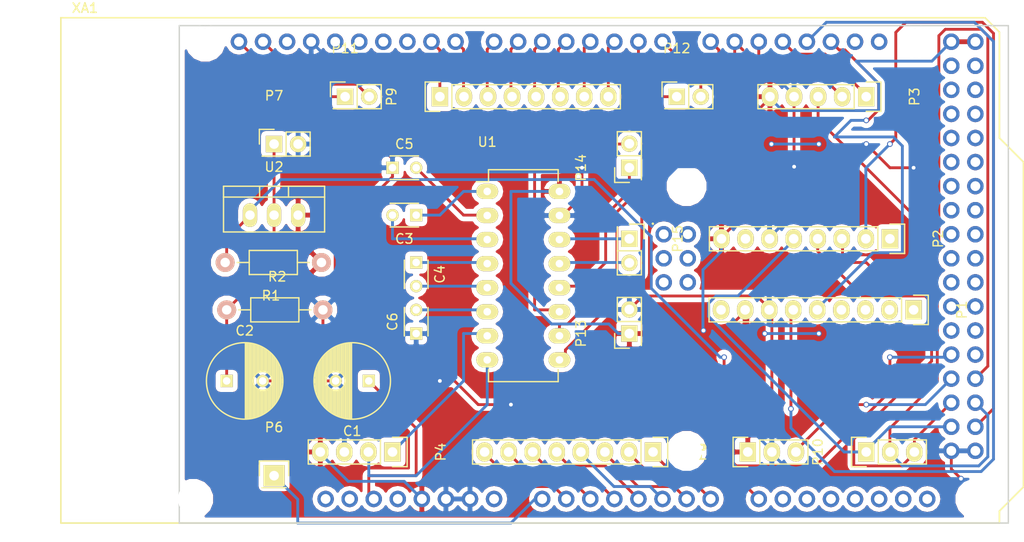
<source format=kicad_pcb>
(kicad_pcb (version 4) (host pcbnew 4.0.2+dfsg1-stable)
  (layers (0 F.Cu signal) (31 B.Cu signal) (34 B.Paste user) (35 F.Paste user) (36 B.SilkS user) (37 F.SilkS user) (38 B.Mask user) (39 F.Mask user) (44 Edge.Cuts user))
  (net 0 "")
  (net 1 "Net-(XA1-PadRST2)")
  (net 2 "Net-(XA1-PadGND4)")
  (net 3 "Net-(XA1-PadMOSI)")
  (net 4 "Net-(XA1-PadSCK)")
  (net 5 "Net-(XA1-Pad5V2)")
  (net 6 "Net-(XA1-PadVIN)")
  (net 7 "Net-(XA1-Pad3V3)")
  (net 8 "Net-(XA1-PadIORF)")
  (net 9 "Net-(XA1-PadD21)")
  (net 10 "Net-(XA1-PadD20)")
  (net 11 "Net-(XA1-PadD10)")
  (net 12 "Net-(XA1-PadAREF)")
  (net 13 "Net-(XA1-PadD13)")
  (net 14 "Net-(XA1-PadD12)")
  (net 15 "Net-(XA1-PadD11)")
  (net 16 "Net-(XA1-PadA9)")
  (net 17 "Net-(XA1-PadA10)")
  (net 18 "Net-(XA1-PadA11)")
  (net 19 "Net-(XA1-PadA12)")
  (net 20 "Net-(XA1-PadA13)")
  (net 21 "Net-(XA1-PadA14)")
  (net 22 "Net-(XA1-PadA15)")
  (net 23 "Net-(XA1-PadD22)")
  (net 24 "Net-(XA1-PadD23)")
  (net 25 "Net-(XA1-PadD24)")
  (net 26 "Net-(XA1-PadD25)")
  (net 27 "Net-(XA1-PadD26)")
  (net 28 "Net-(XA1-PadD27)")
  (net 29 "Net-(XA1-PadD28)")
  (net 30 "Net-(XA1-PadD29)")
  (net 31 "Net-(XA1-PadD30)")
  (net 32 "Net-(XA1-PadD31)")
  (net 33 "Net-(XA1-PadD32)")
  (net 34 "Net-(XA1-PadD33)")
  (net 35 "Net-(XA1-PadD34)")
  (net 36 "Net-(XA1-PadD35)")
  (net 37 "Net-(XA1-PadD36)")
  (net 38 "Net-(XA1-PadD37)")
  (net 39 "Net-(XA1-PadD38)")
  (net 40 "Net-(XA1-PadD39)")
  (net 41 "Net-(XA1-PadD40)")
  (net 42 "Net-(XA1-PadD41)")
  (net 43 "Net-(XA1-PadD42)")
  (net 44 "Net-(XA1-PadD43)")
  (net 45 "Net-(XA1-PadD44)")
  (net 46 "Net-(XA1-PadD45)")
  (net 47 "Net-(XA1-PadD47)")
  (net 48 "Net-(XA1-PadMISO)")
  (net 49 GND)
  (net 50 "Net-(C1-Pad1)")
  (net 51 "Net-(C2-Pad1)")
  (net 52 "Net-(C3-Pad1)")
  (net 53 "Net-(C3-Pad2)")
  (net 54 "Net-(C4-Pad1)")
  (net 55 "Net-(C4-Pad2)")
  (net 56 "Net-(C5-Pad2)")
  (net 57 "Net-(C6-Pad2)")
  (net 58 "Net-(P1-Pad1)")
  (net 59 "Net-(P1-Pad2)")
  (net 60 "Net-(P1-Pad3)")
  (net 61 "Net-(P1-Pad4)")
  (net 62 /MEGA_RX_1)
  (net 63 /MEGA_TX_1)
  (net 64 +5V)
  (net 65 "Net-(P1-Pad9)")
  (net 66 "Net-(P2-Pad1)")
  (net 67 /SS)
  (net 68 /MOSI)
  (net 69 /MISO)
  (net 70 /SCK)
  (net 71 "Net-(P2-Pad7)")
  (net 72 /IRD_RXC)
  (net 73 /IRD_TXD)
  (net 74 /IRD_ON_OFF)
  (net 75 /VN_YELLOW)
  (net 76 /VN_WHITE)
  (net 77 /MEGA_feedback)
  (net 78 /BATT_+)
  (net 79 /ANALOG_1)
  (net 80 /ANALOG_2)
  (net 81 /ANALOG_3)
  (net 82 /ANALOG_4)
  (net 83 /ANALOG_5)
  (net 84 /ANALOG_6)
  (net 85 /ANALOG_7)
  (net 86 /ANALOG_8)
  (net 87 /DGTL_1)
  (net 88 /DGTL_2)
  (net 89 /DGTL_3)
  (net 90 /DGTL_4)
  (net 91 /DGTL_5)
  (net 92 /DGTL_6)
  (net 93 /DGTL_7)
  (net 94 /DGTL_8)
  (net 95 /SCL)
  (net 96 /SDA)
  (net 97 /TX0)
  (net 98 /RX0)
  (net 99 "Net-(P14-Pad1)")
  (net 100 "Net-(P14-Pad2)")
  (net 101 "Net-(P15-Pad1)")
  (net 102 "Net-(P15-Pad2)")
  (net 103 /RPI_control)
  (net 104 /TX3)
  (net 105 /RX3)
  (module Arduino:Arduino_Mega2560_Shield (layer F.Cu) (at 112.5 140)
    (fp_text reference XA1 (at 2.54 -54.356) (layer F.SilkS))
    (fp_text value Arduino_Mega2560_Shield)
    (fp_text user . (at 62.484 -32.004) (layer F.SilkS))
    (pad RST2 thru_hole oval (at 63.627 -25.4) (size 1.7272 1.7272) (drill 1.016) (layers *.Cu *.Mask) (net 1 "Net-(XA1-PadRST2)"))
    (pad GND4 thru_hole oval (at 66.167 -25.4) (size 1.7272 1.7272) (drill 1.016) (layers *.Cu *.Mask) (net 2 "Net-(XA1-PadGND4)"))
    (pad MOSI thru_hole oval (at 66.167 -27.94) (size 1.7272 1.7272) (drill 1.016) (layers *.Cu *.Mask) (net 3 "Net-(XA1-PadMOSI)"))
    (pad SCK thru_hole oval (at 63.627 -27.94) (size 1.7272 1.7272) (drill 1.016) (layers *.Cu *.Mask) (net 4 "Net-(XA1-PadSCK)"))
    (pad 5V2 thru_hole oval (at 66.167 -30.48) (size 1.7272 1.7272) (drill 1.016) (layers *.Cu *.Mask) (net 5 "Net-(XA1-Pad5V2)"))
    (pad A0 thru_hole oval (at 50.8 -2.54) (size 1.7272 1.7272) (drill 1.016) (layers *.Cu *.Mask) (net 78 /BATT_+))
    (pad VIN thru_hole oval (at 45.72 -2.54) (size 1.7272 1.7272) (drill 1.016) (layers *.Cu *.Mask) (net 6 "Net-(XA1-PadVIN)"))
    (pad GND3 thru_hole oval (at 43.18 -2.54) (size 1.7272 1.7272) (drill 1.016) (layers *.Cu *.Mask) (net 49 GND))
    (pad GND2 thru_hole oval (at 40.64 -2.54) (size 1.7272 1.7272) (drill 1.016) (layers *.Cu *.Mask) (net 49 GND))
    (pad 5V1 thru_hole oval (at 38.1 -2.54) (size 1.7272 1.7272) (drill 1.016) (layers *.Cu *.Mask) (net 64 +5V))
    (pad 3V3 thru_hole oval (at 35.56 -2.54) (size 1.7272 1.7272) (drill 1.016) (layers *.Cu *.Mask) (net 7 "Net-(XA1-Pad3V3)"))
    (pad RST1 thru_hole oval (at 33.02 -2.54) (size 1.7272 1.7272) (drill 1.016) (layers *.Cu *.Mask) (net 50 "Net-(C1-Pad1)"))
    (pad IORF thru_hole oval (at 30.48 -2.54) (size 1.7272 1.7272) (drill 1.016) (layers *.Cu *.Mask) (net 8 "Net-(XA1-PadIORF)"))
    (pad D21 thru_hole oval (at 86.36 -50.8) (size 1.7272 1.7272) (drill 1.016) (layers *.Cu *.Mask) (net 9 "Net-(XA1-PadD21)"))
    (pad D20 thru_hole oval (at 83.82 -50.8) (size 1.7272 1.7272) (drill 1.016) (layers *.Cu *.Mask) (net 10 "Net-(XA1-PadD20)"))
    (pad D19 thru_hole oval (at 81.28 -50.8) (size 1.7272 1.7272) (drill 1.016) (layers *.Cu *.Mask) (net 62 /MEGA_RX_1))
    (pad D18 thru_hole oval (at 78.74 -50.8) (size 1.7272 1.7272) (drill 1.016) (layers *.Cu *.Mask) (net 63 /MEGA_TX_1))
    (pad D17 thru_hole oval (at 76.2 -50.8) (size 1.7272 1.7272) (drill 1.016) (layers *.Cu *.Mask) (net 72 /IRD_RXC))
    (pad D16 thru_hole oval (at 73.66 -50.8) (size 1.7272 1.7272) (drill 1.016) (layers *.Cu *.Mask) (net 73 /IRD_TXD))
    (pad D15 thru_hole oval (at 71.12 -50.8) (size 1.7272 1.7272) (drill 1.016) (layers *.Cu *.Mask) (net 105 /RX3))
    (pad D14 thru_hole oval (at 68.58 -50.8) (size 1.7272 1.7272) (drill 1.016) (layers *.Cu *.Mask) (net 104 /TX3))
    (pad D0 thru_hole oval (at 63.5 -50.8) (size 1.7272 1.7272) (drill 1.016) (layers *.Cu *.Mask) (net 98 /RX0))
    (pad D1 thru_hole oval (at 60.96 -50.8) (size 1.7272 1.7272) (drill 1.016) (layers *.Cu *.Mask) (net 97 /TX0))
    (pad D2 thru_hole oval (at 58.42 -50.8) (size 1.7272 1.7272) (drill 1.016) (layers *.Cu *.Mask) (net 94 /DGTL_8))
    (pad D3 thru_hole oval (at 55.88 -50.8) (size 1.7272 1.7272) (drill 1.016) (layers *.Cu *.Mask) (net 93 /DGTL_7))
    (pad D4 thru_hole oval (at 53.34 -50.8) (size 1.7272 1.7272) (drill 1.016) (layers *.Cu *.Mask) (net 92 /DGTL_6))
    (pad D5 thru_hole oval (at 50.8 -50.8) (size 1.7272 1.7272) (drill 1.016) (layers *.Cu *.Mask) (net 91 /DGTL_5))
    (pad D6 thru_hole oval (at 48.26 -50.8) (size 1.7272 1.7272) (drill 1.016) (layers *.Cu *.Mask) (net 90 /DGTL_4))
    (pad D7 thru_hole oval (at 45.72 -50.8) (size 1.7272 1.7272) (drill 1.016) (layers *.Cu *.Mask) (net 89 /DGTL_3))
    (pad GND1 thru_hole oval (at 26.416 -50.8) (size 1.7272 1.7272) (drill 1.016) (layers *.Cu *.Mask) (net 49 GND))
    (pad D8 thru_hole oval (at 41.656 -50.8) (size 1.7272 1.7272) (drill 1.016) (layers *.Cu *.Mask) (net 88 /DGTL_2))
    (pad D9 thru_hole oval (at 39.116 -50.8) (size 1.7272 1.7272) (drill 1.016) (layers *.Cu *.Mask) (net 87 /DGTL_1))
    (pad D10 thru_hole oval (at 36.576 -50.8) (size 1.7272 1.7272) (drill 1.016) (layers *.Cu *.Mask) (net 11 "Net-(XA1-PadD10)"))
    (pad "" np_thru_hole circle (at 66.04 -7.62) (size 3.2 3.2) (drill 3.2) (layers *.Cu *.Mask))
    (pad "" np_thru_hole circle (at 66.04 -35.56) (size 3.2 3.2) (drill 3.2) (layers *.Cu *.Mask))
    (pad "" np_thru_hole circle (at 90.17 -50.8) (size 3.2 3.2) (drill 3.2) (layers *.Cu *.Mask))
    (pad "" np_thru_hole circle (at 15.24 -50.8) (size 3.2 3.2) (drill 3.2) (layers *.Cu *.Mask))
    (pad "" np_thru_hole circle (at 96.52 -2.54) (size 3.2 3.2) (drill 3.2) (layers *.Cu *.Mask))
    (pad "" np_thru_hole circle (at 13.97 -2.54) (size 3.2 3.2) (drill 3.2) (layers *.Cu *.Mask))
    (pad SCL thru_hole oval (at 18.796 -50.8) (size 1.7272 1.7272) (drill 1.016) (layers *.Cu *.Mask) (net 95 /SCL))
    (pad SDA thru_hole oval (at 21.336 -50.8) (size 1.7272 1.7272) (drill 1.016) (layers *.Cu *.Mask) (net 96 /SDA))
    (pad AREF thru_hole oval (at 23.876 -50.8) (size 1.7272 1.7272) (drill 1.016) (layers *.Cu *.Mask) (net 12 "Net-(XA1-PadAREF)"))
    (pad D13 thru_hole oval (at 28.956 -50.8) (size 1.7272 1.7272) (drill 1.016) (layers *.Cu *.Mask) (net 13 "Net-(XA1-PadD13)"))
    (pad D12 thru_hole oval (at 31.496 -50.8) (size 1.7272 1.7272) (drill 1.016) (layers *.Cu *.Mask) (net 14 "Net-(XA1-PadD12)"))
    (pad D11 thru_hole oval (at 34.036 -50.8) (size 1.7272 1.7272) (drill 1.016) (layers *.Cu *.Mask) (net 15 "Net-(XA1-PadD11)"))
    (pad "" thru_hole oval (at 27.94 -2.54) (size 1.7272 1.7272) (drill 1.016) (layers *.Cu *.Mask))
    (pad A1 thru_hole oval (at 53.34 -2.54) (size 1.7272 1.7272) (drill 1.016) (layers *.Cu *.Mask) (net 86 /ANALOG_8))
    (pad A2 thru_hole oval (at 55.88 -2.54) (size 1.7272 1.7272) (drill 1.016) (layers *.Cu *.Mask) (net 85 /ANALOG_7))
    (pad A3 thru_hole oval (at 58.42 -2.54) (size 1.7272 1.7272) (drill 1.016) (layers *.Cu *.Mask) (net 84 /ANALOG_6))
    (pad A4 thru_hole oval (at 60.96 -2.54) (size 1.7272 1.7272) (drill 1.016) (layers *.Cu *.Mask) (net 83 /ANALOG_5))
    (pad A5 thru_hole oval (at 63.5 -2.54) (size 1.7272 1.7272) (drill 1.016) (layers *.Cu *.Mask) (net 82 /ANALOG_4))
    (pad A6 thru_hole oval (at 66.04 -2.54) (size 1.7272 1.7272) (drill 1.016) (layers *.Cu *.Mask) (net 81 /ANALOG_3))
    (pad A7 thru_hole oval (at 68.58 -2.54) (size 1.7272 1.7272) (drill 1.016) (layers *.Cu *.Mask) (net 80 /ANALOG_2))
    (pad A8 thru_hole oval (at 73.66 -2.54) (size 1.7272 1.7272) (drill 1.016) (layers *.Cu *.Mask) (net 79 /ANALOG_1))
    (pad A9 thru_hole oval (at 76.2 -2.54) (size 1.7272 1.7272) (drill 1.016) (layers *.Cu *.Mask) (net 16 "Net-(XA1-PadA9)"))
    (pad A10 thru_hole oval (at 78.74 -2.54) (size 1.7272 1.7272) (drill 1.016) (layers *.Cu *.Mask) (net 17 "Net-(XA1-PadA10)"))
    (pad A11 thru_hole oval (at 81.28 -2.54) (size 1.7272 1.7272) (drill 1.016) (layers *.Cu *.Mask) (net 18 "Net-(XA1-PadA11)"))
    (pad A12 thru_hole oval (at 83.82 -2.54) (size 1.7272 1.7272) (drill 1.016) (layers *.Cu *.Mask) (net 19 "Net-(XA1-PadA12)"))
    (pad A13 thru_hole oval (at 86.36 -2.54) (size 1.7272 1.7272) (drill 1.016) (layers *.Cu *.Mask) (net 20 "Net-(XA1-PadA13)"))
    (pad A14 thru_hole oval (at 88.9 -2.54) (size 1.7272 1.7272) (drill 1.016) (layers *.Cu *.Mask) (net 21 "Net-(XA1-PadA14)"))
    (pad A15 thru_hole oval (at 91.44 -2.54) (size 1.7272 1.7272) (drill 1.016) (layers *.Cu *.Mask) (net 22 "Net-(XA1-PadA15)"))
    (pad 5V3 thru_hole oval (at 93.98 -50.8) (size 1.7272 1.7272) (drill 1.016) (layers *.Cu *.Mask) (net 64 +5V))
    (pad 5V4 thru_hole oval (at 96.52 -50.8) (size 1.7272 1.7272) (drill 1.016) (layers *.Cu *.Mask) (net 64 +5V))
    (pad D22 thru_hole oval (at 93.98 -48.26) (size 1.7272 1.7272) (drill 1.016) (layers *.Cu *.Mask) (net 23 "Net-(XA1-PadD22)"))
    (pad D23 thru_hole oval (at 96.52 -48.26) (size 1.7272 1.7272) (drill 1.016) (layers *.Cu *.Mask) (net 24 "Net-(XA1-PadD23)"))
    (pad D24 thru_hole oval (at 93.98 -45.72) (size 1.7272 1.7272) (drill 1.016) (layers *.Cu *.Mask) (net 25 "Net-(XA1-PadD24)"))
    (pad D25 thru_hole oval (at 96.52 -45.72) (size 1.7272 1.7272) (drill 1.016) (layers *.Cu *.Mask) (net 26 "Net-(XA1-PadD25)"))
    (pad D26 thru_hole oval (at 93.98 -43.18) (size 1.7272 1.7272) (drill 1.016) (layers *.Cu *.Mask) (net 27 "Net-(XA1-PadD26)"))
    (pad D27 thru_hole oval (at 96.52 -43.18) (size 1.7272 1.7272) (drill 1.016) (layers *.Cu *.Mask) (net 28 "Net-(XA1-PadD27)"))
    (pad D28 thru_hole oval (at 93.98 -40.64) (size 1.7272 1.7272) (drill 1.016) (layers *.Cu *.Mask) (net 29 "Net-(XA1-PadD28)"))
    (pad D29 thru_hole oval (at 96.52 -40.64) (size 1.7272 1.7272) (drill 1.016) (layers *.Cu *.Mask) (net 30 "Net-(XA1-PadD29)"))
    (pad D30 thru_hole oval (at 93.98 -38.1) (size 1.7272 1.7272) (drill 1.016) (layers *.Cu *.Mask) (net 31 "Net-(XA1-PadD30)"))
    (pad D31 thru_hole oval (at 96.52 -38.1) (size 1.7272 1.7272) (drill 1.016) (layers *.Cu *.Mask) (net 32 "Net-(XA1-PadD31)"))
    (pad D32 thru_hole oval (at 93.98 -35.56) (size 1.7272 1.7272) (drill 1.016) (layers *.Cu *.Mask) (net 33 "Net-(XA1-PadD32)"))
    (pad D33 thru_hole oval (at 96.52 -35.56) (size 1.7272 1.7272) (drill 1.016) (layers *.Cu *.Mask) (net 34 "Net-(XA1-PadD33)"))
    (pad D34 thru_hole oval (at 93.98 -33.02) (size 1.7272 1.7272) (drill 1.016) (layers *.Cu *.Mask) (net 35 "Net-(XA1-PadD34)"))
    (pad D35 thru_hole oval (at 96.52 -33.02) (size 1.7272 1.7272) (drill 1.016) (layers *.Cu *.Mask) (net 36 "Net-(XA1-PadD35)"))
    (pad D36 thru_hole oval (at 93.98 -30.48) (size 1.7272 1.7272) (drill 1.016) (layers *.Cu *.Mask) (net 37 "Net-(XA1-PadD36)"))
    (pad D37 thru_hole oval (at 96.52 -30.48) (size 1.7272 1.7272) (drill 1.016) (layers *.Cu *.Mask) (net 38 "Net-(XA1-PadD37)"))
    (pad D38 thru_hole oval (at 93.98 -27.94) (size 1.7272 1.7272) (drill 1.016) (layers *.Cu *.Mask) (net 39 "Net-(XA1-PadD38)"))
    (pad D39 thru_hole oval (at 96.52 -27.94) (size 1.7272 1.7272) (drill 1.016) (layers *.Cu *.Mask) (net 40 "Net-(XA1-PadD39)"))
    (pad D40 thru_hole oval (at 93.98 -25.4) (size 1.7272 1.7272) (drill 1.016) (layers *.Cu *.Mask) (net 41 "Net-(XA1-PadD40)"))
    (pad D41 thru_hole oval (at 96.52 -25.4) (size 1.7272 1.7272) (drill 1.016) (layers *.Cu *.Mask) (net 42 "Net-(XA1-PadD41)"))
    (pad D42 thru_hole oval (at 93.98 -22.86) (size 1.7272 1.7272) (drill 1.016) (layers *.Cu *.Mask) (net 43 "Net-(XA1-PadD42)"))
    (pad D43 thru_hole oval (at 96.52 -22.86) (size 1.7272 1.7272) (drill 1.016) (layers *.Cu *.Mask) (net 44 "Net-(XA1-PadD43)"))
    (pad D44 thru_hole oval (at 93.98 -20.32) (size 1.7272 1.7272) (drill 1.016) (layers *.Cu *.Mask) (net 45 "Net-(XA1-PadD44)"))
    (pad D45 thru_hole oval (at 96.52 -20.32) (size 1.7272 1.7272) (drill 1.016) (layers *.Cu *.Mask) (net 46 "Net-(XA1-PadD45)"))
    (pad D46 thru_hole oval (at 93.98 -17.78) (size 1.7272 1.7272) (drill 1.016) (layers *.Cu *.Mask) (net 103 /RPI_control))
    (pad D47 thru_hole oval (at 96.52 -17.78) (size 1.7272 1.7272) (drill 1.016) (layers *.Cu *.Mask) (net 47 "Net-(XA1-PadD47)"))
    (pad D48 thru_hole oval (at 93.98 -15.24) (size 1.7272 1.7272) (drill 1.016) (layers *.Cu *.Mask) (net 77 /MEGA_feedback))
    (pad D49 thru_hole oval (at 96.52 -15.24) (size 1.7272 1.7272) (drill 1.016) (layers *.Cu *.Mask) (net 74 /IRD_ON_OFF))
    (pad D50 thru_hole oval (at 93.98 -12.7) (size 1.7272 1.7272) (drill 1.016) (layers *.Cu *.Mask) (net 69 /MISO))
    (pad D51 thru_hole oval (at 96.52 -12.7) (size 1.7272 1.7272) (drill 1.016) (layers *.Cu *.Mask) (net 68 /MOSI))
    (pad D52 thru_hole oval (at 93.98 -10.16) (size 1.7272 1.7272) (drill 1.016) (layers *.Cu *.Mask) (net 70 /SCK))
    (pad D53 thru_hole oval (at 96.52 -10.16) (size 1.7272 1.7272) (drill 1.016) (layers *.Cu *.Mask) (net 67 /SS))
    (pad GND5 thru_hole oval (at 93.98 -7.62) (size 1.7272 1.7272) (drill 1.016) (layers *.Cu *.Mask) (net 49 GND))
    (pad GND6 thru_hole oval (at 96.52 -7.62) (size 1.7272 1.7272) (drill 1.016) (layers *.Cu *.Mask) (net 49 GND))
    (pad MISO thru_hole oval (at 63.627 -30.48) (size 1.7272 1.7272) (drill 1.016) (layers *.Cu *.Mask) (net 48 "Net-(XA1-PadMISO)"))
  )
  (module Arduino:Arduino_Mega2560_Shield (layer F.Cu) (at 112.5 140)
    (fp_text reference XA1 (at 2.54 -54.356) (layer F.SilkS))
    (fp_text value Arduino_Mega2560_Shield)
    (fp_text user . (at 62.484 -32.004) (layer F.SilkS))
    (pad RST2 thru_hole oval (at 63.627 -25.4) (size 1.7272 1.7272) (drill 1.016) (layers *.Cu *.Mask) (net 1 "Net-(XA1-PadRST2)"))
    (pad GND4 thru_hole oval (at 66.167 -25.4) (size 1.7272 1.7272) (drill 1.016) (layers *.Cu *.Mask) (net 2 "Net-(XA1-PadGND4)"))
    (pad MOSI thru_hole oval (at 66.167 -27.94) (size 1.7272 1.7272) (drill 1.016) (layers *.Cu *.Mask) (net 3 "Net-(XA1-PadMOSI)"))
    (pad SCK thru_hole oval (at 63.627 -27.94) (size 1.7272 1.7272) (drill 1.016) (layers *.Cu *.Mask) (net 4 "Net-(XA1-PadSCK)"))
    (pad 5V2 thru_hole oval (at 66.167 -30.48) (size 1.7272 1.7272) (drill 1.016) (layers *.Cu *.Mask) (net 5 "Net-(XA1-Pad5V2)"))
    (pad A0 thru_hole oval (at 50.8 -2.54) (size 1.7272 1.7272) (drill 1.016) (layers *.Cu *.Mask) (net 78 /BATT_+))
    (pad VIN thru_hole oval (at 45.72 -2.54) (size 1.7272 1.7272) (drill 1.016) (layers *.Cu *.Mask) (net 6 "Net-(XA1-PadVIN)"))
    (pad GND3 thru_hole oval (at 43.18 -2.54) (size 1.7272 1.7272) (drill 1.016) (layers *.Cu *.Mask) (net 49 GND))
    (pad GND2 thru_hole oval (at 40.64 -2.54) (size 1.7272 1.7272) (drill 1.016) (layers *.Cu *.Mask) (net 49 GND))
    (pad 5V1 thru_hole oval (at 38.1 -2.54) (size 1.7272 1.7272) (drill 1.016) (layers *.Cu *.Mask) (net 64 +5V))
    (pad 3V3 thru_hole oval (at 35.56 -2.54) (size 1.7272 1.7272) (drill 1.016) (layers *.Cu *.Mask) (net 7 "Net-(XA1-Pad3V3)"))
    (pad RST1 thru_hole oval (at 33.02 -2.54) (size 1.7272 1.7272) (drill 1.016) (layers *.Cu *.Mask) (net 50 "Net-(C1-Pad1)"))
    (pad IORF thru_hole oval (at 30.48 -2.54) (size 1.7272 1.7272) (drill 1.016) (layers *.Cu *.Mask) (net 8 "Net-(XA1-PadIORF)"))
    (pad D21 thru_hole oval (at 86.36 -50.8) (size 1.7272 1.7272) (drill 1.016) (layers *.Cu *.Mask) (net 9 "Net-(XA1-PadD21)"))
    (pad D20 thru_hole oval (at 83.82 -50.8) (size 1.7272 1.7272) (drill 1.016) (layers *.Cu *.Mask) (net 10 "Net-(XA1-PadD20)"))
    (pad D19 thru_hole oval (at 81.28 -50.8) (size 1.7272 1.7272) (drill 1.016) (layers *.Cu *.Mask) (net 62 /MEGA_RX_1))
    (pad D18 thru_hole oval (at 78.74 -50.8) (size 1.7272 1.7272) (drill 1.016) (layers *.Cu *.Mask) (net 63 /MEGA_TX_1))
    (pad D17 thru_hole oval (at 76.2 -50.8) (size 1.7272 1.7272) (drill 1.016) (layers *.Cu *.Mask) (net 72 /IRD_RXC))
    (pad D16 thru_hole oval (at 73.66 -50.8) (size 1.7272 1.7272) (drill 1.016) (layers *.Cu *.Mask) (net 73 /IRD_TXD))
    (pad D15 thru_hole oval (at 71.12 -50.8) (size 1.7272 1.7272) (drill 1.016) (layers *.Cu *.Mask) (net 105 /RX3))
    (pad D14 thru_hole oval (at 68.58 -50.8) (size 1.7272 1.7272) (drill 1.016) (layers *.Cu *.Mask) (net 104 /TX3))
    (pad D0 thru_hole oval (at 63.5 -50.8) (size 1.7272 1.7272) (drill 1.016) (layers *.Cu *.Mask) (net 98 /RX0))
    (pad D1 thru_hole oval (at 60.96 -50.8) (size 1.7272 1.7272) (drill 1.016) (layers *.Cu *.Mask) (net 97 /TX0))
    (pad D2 thru_hole oval (at 58.42 -50.8) (size 1.7272 1.7272) (drill 1.016) (layers *.Cu *.Mask) (net 94 /DGTL_8))
    (pad D3 thru_hole oval (at 55.88 -50.8) (size 1.7272 1.7272) (drill 1.016) (layers *.Cu *.Mask) (net 93 /DGTL_7))
    (pad D4 thru_hole oval (at 53.34 -50.8) (size 1.7272 1.7272) (drill 1.016) (layers *.Cu *.Mask) (net 92 /DGTL_6))
    (pad D5 thru_hole oval (at 50.8 -50.8) (size 1.7272 1.7272) (drill 1.016) (layers *.Cu *.Mask) (net 91 /DGTL_5))
    (pad D6 thru_hole oval (at 48.26 -50.8) (size 1.7272 1.7272) (drill 1.016) (layers *.Cu *.Mask) (net 90 /DGTL_4))
    (pad D7 thru_hole oval (at 45.72 -50.8) (size 1.7272 1.7272) (drill 1.016) (layers *.Cu *.Mask) (net 89 /DGTL_3))
    (pad GND1 thru_hole oval (at 26.416 -50.8) (size 1.7272 1.7272) (drill 1.016) (layers *.Cu *.Mask) (net 49 GND))
    (pad D8 thru_hole oval (at 41.656 -50.8) (size 1.7272 1.7272) (drill 1.016) (layers *.Cu *.Mask) (net 88 /DGTL_2))
    (pad D9 thru_hole oval (at 39.116 -50.8) (size 1.7272 1.7272) (drill 1.016) (layers *.Cu *.Mask) (net 87 /DGTL_1))
    (pad D10 thru_hole oval (at 36.576 -50.8) (size 1.7272 1.7272) (drill 1.016) (layers *.Cu *.Mask) (net 11 "Net-(XA1-PadD10)"))
    (pad "" np_thru_hole circle (at 66.04 -7.62) (size 3.2 3.2) (drill 3.2) (layers *.Cu *.Mask))
    (pad "" np_thru_hole circle (at 66.04 -35.56) (size 3.2 3.2) (drill 3.2) (layers *.Cu *.Mask))
    (pad "" np_thru_hole circle (at 90.17 -50.8) (size 3.2 3.2) (drill 3.2) (layers *.Cu *.Mask))
    (pad "" np_thru_hole circle (at 15.24 -50.8) (size 3.2 3.2) (drill 3.2) (layers *.Cu *.Mask))
    (pad "" np_thru_hole circle (at 96.52 -2.54) (size 3.2 3.2) (drill 3.2) (layers *.Cu *.Mask))
    (pad "" np_thru_hole circle (at 13.97 -2.54) (size 3.2 3.2) (drill 3.2) (layers *.Cu *.Mask))
    (pad SCL thru_hole oval (at 18.796 -50.8) (size 1.7272 1.7272) (drill 1.016) (layers *.Cu *.Mask) (net 95 /SCL))
    (pad SDA thru_hole oval (at 21.336 -50.8) (size 1.7272 1.7272) (drill 1.016) (layers *.Cu *.Mask) (net 96 /SDA))
    (pad AREF thru_hole oval (at 23.876 -50.8) (size 1.7272 1.7272) (drill 1.016) (layers *.Cu *.Mask) (net 12 "Net-(XA1-PadAREF)"))
    (pad D13 thru_hole oval (at 28.956 -50.8) (size 1.7272 1.7272) (drill 1.016) (layers *.Cu *.Mask) (net 13 "Net-(XA1-PadD13)"))
    (pad D12 thru_hole oval (at 31.496 -50.8) (size 1.7272 1.7272) (drill 1.016) (layers *.Cu *.Mask) (net 14 "Net-(XA1-PadD12)"))
    (pad D11 thru_hole oval (at 34.036 -50.8) (size 1.7272 1.7272) (drill 1.016) (layers *.Cu *.Mask) (net 15 "Net-(XA1-PadD11)"))
    (pad "" thru_hole oval (at 27.94 -2.54) (size 1.7272 1.7272) (drill 1.016) (layers *.Cu *.Mask))
    (pad A1 thru_hole oval (at 53.34 -2.54) (size 1.7272 1.7272) (drill 1.016) (layers *.Cu *.Mask) (net 86 /ANALOG_8))
    (pad A2 thru_hole oval (at 55.88 -2.54) (size 1.7272 1.7272) (drill 1.016) (layers *.Cu *.Mask) (net 85 /ANALOG_7))
    (pad A3 thru_hole oval (at 58.42 -2.54) (size 1.7272 1.7272) (drill 1.016) (layers *.Cu *.Mask) (net 84 /ANALOG_6))
    (pad A4 thru_hole oval (at 60.96 -2.54) (size 1.7272 1.7272) (drill 1.016) (layers *.Cu *.Mask) (net 83 /ANALOG_5))
    (pad A5 thru_hole oval (at 63.5 -2.54) (size 1.7272 1.7272) (drill 1.016) (layers *.Cu *.Mask) (net 82 /ANALOG_4))
    (pad A6 thru_hole oval (at 66.04 -2.54) (size 1.7272 1.7272) (drill 1.016) (layers *.Cu *.Mask) (net 81 /ANALOG_3))
    (pad A7 thru_hole oval (at 68.58 -2.54) (size 1.7272 1.7272) (drill 1.016) (layers *.Cu *.Mask) (net 80 /ANALOG_2))
    (pad A8 thru_hole oval (at 73.66 -2.54) (size 1.7272 1.7272) (drill 1.016) (layers *.Cu *.Mask) (net 79 /ANALOG_1))
    (pad A9 thru_hole oval (at 76.2 -2.54) (size 1.7272 1.7272) (drill 1.016) (layers *.Cu *.Mask) (net 16 "Net-(XA1-PadA9)"))
    (pad A10 thru_hole oval (at 78.74 -2.54) (size 1.7272 1.7272) (drill 1.016) (layers *.Cu *.Mask) (net 17 "Net-(XA1-PadA10)"))
    (pad A11 thru_hole oval (at 81.28 -2.54) (size 1.7272 1.7272) (drill 1.016) (layers *.Cu *.Mask) (net 18 "Net-(XA1-PadA11)"))
    (pad A12 thru_hole oval (at 83.82 -2.54) (size 1.7272 1.7272) (drill 1.016) (layers *.Cu *.Mask) (net 19 "Net-(XA1-PadA12)"))
    (pad A13 thru_hole oval (at 86.36 -2.54) (size 1.7272 1.7272) (drill 1.016) (layers *.Cu *.Mask) (net 20 "Net-(XA1-PadA13)"))
    (pad A14 thru_hole oval (at 88.9 -2.54) (size 1.7272 1.7272) (drill 1.016) (layers *.Cu *.Mask) (net 21 "Net-(XA1-PadA14)"))
    (pad A15 thru_hole oval (at 91.44 -2.54) (size 1.7272 1.7272) (drill 1.016) (layers *.Cu *.Mask) (net 22 "Net-(XA1-PadA15)"))
    (pad 5V3 thru_hole oval (at 93.98 -50.8) (size 1.7272 1.7272) (drill 1.016) (layers *.Cu *.Mask) (net 64 +5V))
    (pad 5V4 thru_hole oval (at 96.52 -50.8) (size 1.7272 1.7272) (drill 1.016) (layers *.Cu *.Mask) (net 64 +5V))
    (pad D22 thru_hole oval (at 93.98 -48.26) (size 1.7272 1.7272) (drill 1.016) (layers *.Cu *.Mask) (net 23 "Net-(XA1-PadD22)"))
    (pad D23 thru_hole oval (at 96.52 -48.26) (size 1.7272 1.7272) (drill 1.016) (layers *.Cu *.Mask) (net 24 "Net-(XA1-PadD23)"))
    (pad D24 thru_hole oval (at 93.98 -45.72) (size 1.7272 1.7272) (drill 1.016) (layers *.Cu *.Mask) (net 25 "Net-(XA1-PadD24)"))
    (pad D25 thru_hole oval (at 96.52 -45.72) (size 1.7272 1.7272) (drill 1.016) (layers *.Cu *.Mask) (net 26 "Net-(XA1-PadD25)"))
    (pad D26 thru_hole oval (at 93.98 -43.18) (size 1.7272 1.7272) (drill 1.016) (layers *.Cu *.Mask) (net 27 "Net-(XA1-PadD26)"))
    (pad D27 thru_hole oval (at 96.52 -43.18) (size 1.7272 1.7272) (drill 1.016) (layers *.Cu *.Mask) (net 28 "Net-(XA1-PadD27)"))
    (pad D28 thru_hole oval (at 93.98 -40.64) (size 1.7272 1.7272) (drill 1.016) (layers *.Cu *.Mask) (net 29 "Net-(XA1-PadD28)"))
    (pad D29 thru_hole oval (at 96.52 -40.64) (size 1.7272 1.7272) (drill 1.016) (layers *.Cu *.Mask) (net 30 "Net-(XA1-PadD29)"))
    (pad D30 thru_hole oval (at 93.98 -38.1) (size 1.7272 1.7272) (drill 1.016) (layers *.Cu *.Mask) (net 31 "Net-(XA1-PadD30)"))
    (pad D31 thru_hole oval (at 96.52 -38.1) (size 1.7272 1.7272) (drill 1.016) (layers *.Cu *.Mask) (net 32 "Net-(XA1-PadD31)"))
    (pad D32 thru_hole oval (at 93.98 -35.56) (size 1.7272 1.7272) (drill 1.016) (layers *.Cu *.Mask) (net 33 "Net-(XA1-PadD32)"))
    (pad D33 thru_hole oval (at 96.52 -35.56) (size 1.7272 1.7272) (drill 1.016) (layers *.Cu *.Mask) (net 34 "Net-(XA1-PadD33)"))
    (pad D34 thru_hole oval (at 93.98 -33.02) (size 1.7272 1.7272) (drill 1.016) (layers *.Cu *.Mask) (net 35 "Net-(XA1-PadD34)"))
    (pad D35 thru_hole oval (at 96.52 -33.02) (size 1.7272 1.7272) (drill 1.016) (layers *.Cu *.Mask) (net 36 "Net-(XA1-PadD35)"))
    (pad D36 thru_hole oval (at 93.98 -30.48) (size 1.7272 1.7272) (drill 1.016) (layers *.Cu *.Mask) (net 37 "Net-(XA1-PadD36)"))
    (pad D37 thru_hole oval (at 96.52 -30.48) (size 1.7272 1.7272) (drill 1.016) (layers *.Cu *.Mask) (net 38 "Net-(XA1-PadD37)"))
    (pad D38 thru_hole oval (at 93.98 -27.94) (size 1.7272 1.7272) (drill 1.016) (layers *.Cu *.Mask) (net 39 "Net-(XA1-PadD38)"))
    (pad D39 thru_hole oval (at 96.52 -27.94) (size 1.7272 1.7272) (drill 1.016) (layers *.Cu *.Mask) (net 40 "Net-(XA1-PadD39)"))
    (pad D40 thru_hole oval (at 93.98 -25.4) (size 1.7272 1.7272) (drill 1.016) (layers *.Cu *.Mask) (net 41 "Net-(XA1-PadD40)"))
    (pad D41 thru_hole oval (at 96.52 -25.4) (size 1.7272 1.7272) (drill 1.016) (layers *.Cu *.Mask) (net 42 "Net-(XA1-PadD41)"))
    (pad D42 thru_hole oval (at 93.98 -22.86) (size 1.7272 1.7272) (drill 1.016) (layers *.Cu *.Mask) (net 43 "Net-(XA1-PadD42)"))
    (pad D43 thru_hole oval (at 96.52 -22.86) (size 1.7272 1.7272) (drill 1.016) (layers *.Cu *.Mask) (net 44 "Net-(XA1-PadD43)"))
    (pad D44 thru_hole oval (at 93.98 -20.32) (size 1.7272 1.7272) (drill 1.016) (layers *.Cu *.Mask) (net 45 "Net-(XA1-PadD44)"))
    (pad D45 thru_hole oval (at 96.52 -20.32) (size 1.7272 1.7272) (drill 1.016) (layers *.Cu *.Mask) (net 46 "Net-(XA1-PadD45)"))
    (pad D46 thru_hole oval (at 93.98 -17.78) (size 1.7272 1.7272) (drill 1.016) (layers *.Cu *.Mask) (net 103 /RPI_control))
    (pad D47 thru_hole oval (at 96.52 -17.78) (size 1.7272 1.7272) (drill 1.016) (layers *.Cu *.Mask) (net 47 "Net-(XA1-PadD47)"))
    (pad D48 thru_hole oval (at 93.98 -15.24) (size 1.7272 1.7272) (drill 1.016) (layers *.Cu *.Mask) (net 77 /MEGA_feedback))
    (pad D49 thru_hole oval (at 96.52 -15.24) (size 1.7272 1.7272) (drill 1.016) (layers *.Cu *.Mask) (net 74 /IRD_ON_OFF))
    (pad D50 thru_hole oval (at 93.98 -12.7) (size 1.7272 1.7272) (drill 1.016) (layers *.Cu *.Mask) (net 69 /MISO))
    (pad D51 thru_hole oval (at 96.52 -12.7) (size 1.7272 1.7272) (drill 1.016) (layers *.Cu *.Mask) (net 68 /MOSI))
    (pad D52 thru_hole oval (at 93.98 -10.16) (size 1.7272 1.7272) (drill 1.016) (layers *.Cu *.Mask) (net 70 /SCK))
    (pad D53 thru_hole oval (at 96.52 -10.16) (size 1.7272 1.7272) (drill 1.016) (layers *.Cu *.Mask) (net 67 /SS))
    (pad GND5 thru_hole oval (at 93.98 -7.62) (size 1.7272 1.7272) (drill 1.016) (layers *.Cu *.Mask) (net 49 GND))
    (pad GND6 thru_hole oval (at 96.52 -7.62) (size 1.7272 1.7272) (drill 1.016) (layers *.Cu *.Mask) (net 49 GND))
    (pad MISO thru_hole oval (at 63.627 -30.48) (size 1.7272 1.7272) (drill 1.016) (layers *.Cu *.Mask) (net 48 "Net-(XA1-PadMISO)"))
  )
  (module Capacitors_ThroughHole:C_Radial_D8_L11.5_P3.5 (layer F.Cu) (at 145 125 180)
    (fp_text reference C1 (at 1.75 -5.3 180) (layer F.SilkS))
    (fp_text value 1uF)
    (pad 2 thru_hole circle (at 3.5 0 180) (size 1.3 1.3) (drill 0.8) (layers *.Cu *.Mask F.SilkS) (net 49 GND))
    (pad 1 thru_hole rect (at 0 0 180) (size 1.3 1.3) (drill 0.8) (layers *.Cu *.Mask F.SilkS) (net 50 "Net-(C1-Pad1)"))
  )
  (module Capacitors_ThroughHole:C_Radial_D8_L13_P3.8 (layer F.Cu) (at 130 125)
    (fp_text reference C2 (at 1.9 -5.3) (layer F.SilkS))
    (fp_text value 1000uF)
    (pad 1 thru_hole rect (at 0 0) (size 1.3 1.3) (drill 0.8) (layers *.Cu *.Mask F.SilkS) (net 51 "Net-(C2-Pad1)"))
    (pad 2 thru_hole circle (at 3.8 0) (size 1.3 1.3) (drill 0.8) (layers *.Cu *.Mask F.SilkS) (net 49 GND))
  )
  (module Capacitors_ThroughHole:C_Disc_D3_P2.5 (layer F.Cu) (at 150 107.5 180)
    (fp_text reference C3 (at 1.25 -2.5 180) (layer F.SilkS))
    (fp_text value 1.0uF)
    (pad 1 thru_hole rect (at 0 0 180) (size 1.3 1.3) (drill 0.8) (layers *.Cu *.Mask F.SilkS) (net 52 "Net-(C3-Pad1)"))
    (pad 2 thru_hole circle (at 2.5 0 180) (size 1.3 1.3) (drill 0.8001) (layers *.Cu *.Mask F.SilkS) (net 53 "Net-(C3-Pad2)"))
  )
  (module Capacitors_ThroughHole:C_Disc_D3_P2.5 (layer F.Cu) (at 150 112.5 270)
    (fp_text reference C4 (at 1.25 -2.5 270) (layer F.SilkS))
    (fp_text value 1.0uF)
    (pad 1 thru_hole rect (at 0 0 270) (size 1.3 1.3) (drill 0.8) (layers *.Cu *.Mask F.SilkS) (net 54 "Net-(C4-Pad1)"))
    (pad 2 thru_hole circle (at 2.5 0 270) (size 1.3 1.3) (drill 0.8001) (layers *.Cu *.Mask F.SilkS) (net 55 "Net-(C4-Pad2)"))
  )
  (module Capacitors_ThroughHole:C_Disc_D3_P2.5 (layer F.Cu) (at 147.5 102.5)
    (fp_text reference C5 (at 1.25 -2.5) (layer F.SilkS))
    (fp_text value 1.0uF)
    (pad 1 thru_hole rect (at 0 0) (size 1.3 1.3) (drill 0.8) (layers *.Cu *.Mask F.SilkS) (net 49 GND))
    (pad 2 thru_hole circle (at 2.5 0) (size 1.3 1.3) (drill 0.8001) (layers *.Cu *.Mask F.SilkS) (net 56 "Net-(C5-Pad2)"))
  )
  (module Capacitors_ThroughHole:C_Disc_D3_P2.5 (layer F.Cu) (at 150 120 90)
    (fp_text reference C6 (at 1.25 -2.5 90) (layer F.SilkS))
    (fp_text value 1.0uF)
    (pad 1 thru_hole rect (at 0 0 90) (size 1.3 1.3) (drill 0.8) (layers *.Cu *.Mask F.SilkS) (net 49 GND))
    (pad 2 thru_hole circle (at 2.5 0 90) (size 1.3 1.3) (drill 0.8001) (layers *.Cu *.Mask F.SilkS) (net 57 "Net-(C6-Pad2)"))
  )
  (module Pin_Headers:Pin_Header_Straight_1x09 (layer F.Cu) (at 202.5 117.5 270)
    (fp_text reference P1 (at 0 -5.1 270) (layer F.SilkS))
    (fp_text value GPS_breakout_connector)
    (pad 1 thru_hole rect (at 0 0 270) (size 2.032 1.7272) (drill 1.016) (layers *.Cu *.Mask F.SilkS) (net 58 "Net-(P1-Pad1)"))
    (pad 2 thru_hole oval (at 0 2.54 270) (size 2.032 1.7272) (drill 1.016) (layers *.Cu *.Mask F.SilkS) (net 59 "Net-(P1-Pad2)"))
    (pad 3 thru_hole oval (at 0 5.08 270) (size 2.032 1.7272) (drill 1.016) (layers *.Cu *.Mask F.SilkS) (net 60 "Net-(P1-Pad3)"))
    (pad 4 thru_hole oval (at 0 7.62 270) (size 2.032 1.7272) (drill 1.016) (layers *.Cu *.Mask F.SilkS) (net 61 "Net-(P1-Pad4)"))
    (pad 5 thru_hole oval (at 0 10.16 270) (size 2.032 1.7272) (drill 1.016) (layers *.Cu *.Mask F.SilkS) (net 62 /MEGA_RX_1))
    (pad 6 thru_hole oval (at 0 12.7 270) (size 2.032 1.7272) (drill 1.016) (layers *.Cu *.Mask F.SilkS) (net 63 /MEGA_TX_1))
    (pad 7 thru_hole oval (at 0 15.24 270) (size 2.032 1.7272) (drill 1.016) (layers *.Cu *.Mask F.SilkS) (net 49 GND))
    (pad 8 thru_hole oval (at 0 17.78 270) (size 2.032 1.7272) (drill 1.016) (layers *.Cu *.Mask F.SilkS) (net 64 +5V))
    (pad 9 thru_hole oval (at 0 20.32 270) (size 2.032 1.7272) (drill 1.016) (layers *.Cu *.Mask F.SilkS) (net 65 "Net-(P1-Pad9)"))
  )
  (module Pin_Headers:Pin_Header_Straight_1x08 (layer F.Cu) (at 200 110 270)
    (fp_text reference P2 (at 0 -5.1 270) (layer F.SilkS))
    (fp_text value SD_breakout_connector)
    (pad 1 thru_hole rect (at 0 0 270) (size 2.032 1.7272) (drill 1.016) (layers *.Cu *.Mask F.SilkS) (net 66 "Net-(P2-Pad1)"))
    (pad 2 thru_hole oval (at 0 2.54 270) (size 2.032 1.7272) (drill 1.016) (layers *.Cu *.Mask F.SilkS) (net 67 /SS))
    (pad 3 thru_hole oval (at 0 5.08 270) (size 2.032 1.7272) (drill 1.016) (layers *.Cu *.Mask F.SilkS) (net 68 /MOSI))
    (pad 4 thru_hole oval (at 0 7.62 270) (size 2.032 1.7272) (drill 1.016) (layers *.Cu *.Mask F.SilkS) (net 69 /MISO))
    (pad 5 thru_hole oval (at 0 10.16 270) (size 2.032 1.7272) (drill 1.016) (layers *.Cu *.Mask F.SilkS) (net 70 /SCK))
    (pad 6 thru_hole oval (at 0 12.7 270) (size 2.032 1.7272) (drill 1.016) (layers *.Cu *.Mask F.SilkS) (net 49 GND))
    (pad 7 thru_hole oval (at 0 15.24 270) (size 2.032 1.7272) (drill 1.016) (layers *.Cu *.Mask F.SilkS) (net 71 "Net-(P2-Pad7)"))
    (pad 8 thru_hole oval (at 0 17.78 270) (size 2.032 1.7272) (drill 1.016) (layers *.Cu *.Mask F.SilkS) (net 64 +5V))
  )
  (module Pin_Headers:Pin_Header_Straight_1x05 (layer F.Cu) (at 197.5 95 270)
    (fp_text reference P3 (at 0 -5.1 270) (layer F.SilkS))
    (fp_text value Iridium_connector)
    (pad 1 thru_hole rect (at 0 0 270) (size 2.032 1.7272) (drill 1.016) (layers *.Cu *.Mask F.SilkS) (net 72 /IRD_RXC))
    (pad 2 thru_hole oval (at 0 2.54 270) (size 2.032 1.7272) (drill 1.016) (layers *.Cu *.Mask F.SilkS) (net 73 /IRD_TXD))
    (pad 3 thru_hole oval (at 0 5.08 270) (size 2.032 1.7272) (drill 1.016) (layers *.Cu *.Mask F.SilkS) (net 74 /IRD_ON_OFF))
    (pad 4 thru_hole oval (at 0 7.62 270) (size 2.032 1.7272) (drill 1.016) (layers *.Cu *.Mask F.SilkS) (net 49 GND))
    (pad 5 thru_hole oval (at 0 10.16 270) (size 2.032 1.7272) (drill 1.016) (layers *.Cu *.Mask F.SilkS) (net 64 +5V))
  )
  (module Pin_Headers:Pin_Header_Straight_1x04 (layer F.Cu) (at 147.5 132.5 270)
    (fp_text reference P4 (at 0 -5.1 270) (layer F.SilkS))
    (fp_text value VN100_connector)
    (pad 1 thru_hole rect (at 0 0 270) (size 2.032 1.7272) (drill 1.016) (layers *.Cu *.Mask F.SilkS) (net 75 /VN_YELLOW))
    (pad 2 thru_hole oval (at 0 2.54 270) (size 2.032 1.7272) (drill 1.016) (layers *.Cu *.Mask F.SilkS) (net 76 /VN_WHITE))
    (pad 3 thru_hole oval (at 0 5.08 270) (size 2.032 1.7272) (drill 1.016) (layers *.Cu *.Mask F.SilkS) (net 49 GND))
    (pad 4 thru_hole oval (at 0 7.62 270) (size 2.032 1.7272) (drill 1.016) (layers *.Cu *.Mask F.SilkS) (net 64 +5V))
  )
  (module Pin_Headers:Pin_Header_Straight_1x03 (layer F.Cu) (at 185 132.5 90)
    (fp_text reference P5 (at 0 -5.1 90) (layer F.SilkS))
    (fp_text value PowerManager_connector)
    (pad 1 thru_hole rect (at 0 0 90) (size 2.032 1.7272) (drill 1.016) (layers *.Cu *.Mask F.SilkS) (net 64 +5V))
    (pad 2 thru_hole oval (at 0 2.54 90) (size 2.032 1.7272) (drill 1.016) (layers *.Cu *.Mask F.SilkS) (net 49 GND))
    (pad 3 thru_hole oval (at 0 5.08 90) (size 2.032 1.7272) (drill 1.016) (layers *.Cu *.Mask F.SilkS) (net 77 /MEGA_feedback))
  )
  (module Pin_Headers:Pin_Header_Straight_1x01 (layer F.Cu) (at 135 135)
    (fp_text reference P6 (at 0 -5.1) (layer F.SilkS))
    (fp_text value BATT_connector)
    (pad 1 thru_hole rect (at 0 0) (size 2.2352 2.2352) (drill 1.016) (layers *.Cu *.Mask F.SilkS) (net 78 /BATT_+))
  )
  (module Pin_Headers:Pin_Header_Straight_2x01 (layer F.Cu) (at 135 100)
    (fp_text reference P7 (at 0 -5.1) (layer F.SilkS))
    (fp_text value RPI_connector)
    (pad 1 thru_hole rect (at 0 0) (size 1.7272 1.7272) (drill 1.016) (layers *.Cu *.Mask F.SilkS) (net 51 "Net-(C2-Pad1)"))
    (pad 2 thru_hole oval (at 2.54 0) (size 1.7272 1.7272) (drill 1.016) (layers *.Cu *.Mask F.SilkS) (net 49 GND))
  )
  (module Pin_Headers:Pin_Header_Straight_1x08 (layer F.Cu) (at 175 132.5 270)
    (fp_text reference P8 (at 0 -5.1 270) (layer F.SilkS))
    (fp_text value CONN_01X08)
    (pad 1 thru_hole rect (at 0 0 270) (size 2.032 1.7272) (drill 1.016) (layers *.Cu *.Mask F.SilkS) (net 79 /ANALOG_1))
    (pad 2 thru_hole oval (at 0 2.54 270) (size 2.032 1.7272) (drill 1.016) (layers *.Cu *.Mask F.SilkS) (net 80 /ANALOG_2))
    (pad 3 thru_hole oval (at 0 5.08 270) (size 2.032 1.7272) (drill 1.016) (layers *.Cu *.Mask F.SilkS) (net 81 /ANALOG_3))
    (pad 4 thru_hole oval (at 0 7.62 270) (size 2.032 1.7272) (drill 1.016) (layers *.Cu *.Mask F.SilkS) (net 82 /ANALOG_4))
    (pad 5 thru_hole oval (at 0 10.16 270) (size 2.032 1.7272) (drill 1.016) (layers *.Cu *.Mask F.SilkS) (net 83 /ANALOG_5))
    (pad 6 thru_hole oval (at 0 12.7 270) (size 2.032 1.7272) (drill 1.016) (layers *.Cu *.Mask F.SilkS) (net 84 /ANALOG_6))
    (pad 7 thru_hole oval (at 0 15.24 270) (size 2.032 1.7272) (drill 1.016) (layers *.Cu *.Mask F.SilkS) (net 85 /ANALOG_7))
    (pad 8 thru_hole oval (at 0 17.78 270) (size 2.032 1.7272) (drill 1.016) (layers *.Cu *.Mask F.SilkS) (net 86 /ANALOG_8))
  )
  (module Pin_Headers:Pin_Header_Straight_1x08 (layer F.Cu) (at 152.5 95 90)
    (fp_text reference P9 (at 0 -5.1 90) (layer F.SilkS))
    (fp_text value CONN_01X08)
    (pad 1 thru_hole rect (at 0 0 90) (size 2.032 1.7272) (drill 1.016) (layers *.Cu *.Mask F.SilkS) (net 87 /DGTL_1))
    (pad 2 thru_hole oval (at 0 2.54 90) (size 2.032 1.7272) (drill 1.016) (layers *.Cu *.Mask F.SilkS) (net 88 /DGTL_2))
    (pad 3 thru_hole oval (at 0 5.08 90) (size 2.032 1.7272) (drill 1.016) (layers *.Cu *.Mask F.SilkS) (net 89 /DGTL_3))
    (pad 4 thru_hole oval (at 0 7.62 90) (size 2.032 1.7272) (drill 1.016) (layers *.Cu *.Mask F.SilkS) (net 90 /DGTL_4))
    (pad 5 thru_hole oval (at 0 10.16 90) (size 2.032 1.7272) (drill 1.016) (layers *.Cu *.Mask F.SilkS) (net 91 /DGTL_5))
    (pad 6 thru_hole oval (at 0 12.7 90) (size 2.032 1.7272) (drill 1.016) (layers *.Cu *.Mask F.SilkS) (net 92 /DGTL_6))
    (pad 7 thru_hole oval (at 0 15.24 90) (size 2.032 1.7272) (drill 1.016) (layers *.Cu *.Mask F.SilkS) (net 93 /DGTL_7))
    (pad 8 thru_hole oval (at 0 17.78 90) (size 2.032 1.7272) (drill 1.016) (layers *.Cu *.Mask F.SilkS) (net 94 /DGTL_8))
  )
  (module Pin_Headers:Pin_Header_Straight_1x03 (layer F.Cu) (at 197.5 132.5 90)
    (fp_text reference P10 (at 0 -5.1 90) (layer F.SilkS))
    (fp_text value CONN_01X03)
    (pad 1 thru_hole rect (at 0 0 90) (size 2.032 1.7272) (drill 1.016) (layers *.Cu *.Mask F.SilkS) (net 70 /SCK))
    (pad 2 thru_hole oval (at 0 2.54 90) (size 2.032 1.7272) (drill 1.016) (layers *.Cu *.Mask F.SilkS) (net 68 /MOSI))
    (pad 3 thru_hole oval (at 0 5.08 90) (size 2.032 1.7272) (drill 1.016) (layers *.Cu *.Mask F.SilkS) (net 69 /MISO))
  )
  (module Pin_Headers:Pin_Header_Straight_2x01 (layer F.Cu) (at 142.5 95)
    (fp_text reference P11 (at 0 -5.1) (layer F.SilkS))
    (fp_text value CONN_01X02)
    (pad 1 thru_hole rect (at 0 0) (size 1.7272 1.7272) (drill 1.016) (layers *.Cu *.Mask F.SilkS) (net 95 /SCL))
    (pad 2 thru_hole oval (at 2.54 0) (size 1.7272 1.7272) (drill 1.016) (layers *.Cu *.Mask F.SilkS) (net 96 /SDA))
  )
  (module Pin_Headers:Pin_Header_Straight_2x01 (layer F.Cu) (at 177.5 95)
    (fp_text reference P12 (at 0 -5.1) (layer F.SilkS))
    (fp_text value CONN_01X02)
    (pad 1 thru_hole rect (at 0 0) (size 1.7272 1.7272) (drill 1.016) (layers *.Cu *.Mask F.SilkS) (net 97 /TX0))
    (pad 2 thru_hole oval (at 2.54 0) (size 1.7272 1.7272) (drill 1.016) (layers *.Cu *.Mask F.SilkS) (net 98 /RX0))
  )
  (module Pin_Headers:Pin_Header_Straight_2x01 (layer F.Cu) (at 172.5 120 90)
    (fp_text reference P13 (at 0 -5.1 90) (layer F.SilkS))
    (fp_text value CONN_01X02)
    (pad 1 thru_hole rect (at 0 0 90) (size 1.7272 1.7272) (drill 1.016) (layers *.Cu *.Mask F.SilkS) (net 64 +5V))
    (pad 2 thru_hole oval (at 2.54 0 90) (size 1.7272 1.7272) (drill 1.016) (layers *.Cu *.Mask F.SilkS) (net 49 GND))
  )
  (module Pin_Headers:Pin_Header_Straight_2x01 (layer F.Cu) (at 172.5 102.5 90)
    (fp_text reference P14 (at 0 -5.1 90) (layer F.SilkS))
    (fp_text value CONN_01X02)
    (pad 1 thru_hole rect (at 0 0 90) (size 1.7272 1.7272) (drill 1.016) (layers *.Cu *.Mask F.SilkS) (net 99 "Net-(P14-Pad1)"))
    (pad 2 thru_hole oval (at 2.54 0 90) (size 1.7272 1.7272) (drill 1.016) (layers *.Cu *.Mask F.SilkS) (net 100 "Net-(P14-Pad2)"))
  )
  (module Pin_Headers:Pin_Header_Straight_2x01 (layer F.Cu) (at 172.5 110 270)
    (fp_text reference P15 (at 0 -5.1 270) (layer F.SilkS))
    (fp_text value CONN_01X02)
    (pad 1 thru_hole rect (at 0 0 270) (size 1.7272 1.7272) (drill 1.016) (layers *.Cu *.Mask F.SilkS) (net 101 "Net-(P15-Pad1)"))
    (pad 2 thru_hole oval (at 2.54 0 270) (size 1.7272 1.7272) (drill 1.016) (layers *.Cu *.Mask F.SilkS) (net 102 "Net-(P15-Pad2)"))
  )
  (module Resistors_ThroughHole:Resistor_Horizontal_RM10mm (layer F.Cu) (at 140 112.5 180)
    (fp_text reference R1 (at 5.32892 -3.50012 180) (layer F.SilkS))
    (fp_text value 46k)
    (pad 1 thru_hole circle (at 0 0 180) (size 1.99898 1.99898) (drill 1.00076) (layers *.Cu *.SilkS *.Mask) (net 64 +5V))
    (pad 2 thru_hole circle (at 10.16 0 180) (size 1.99898 1.99898) (drill 1.00076) (layers *.Cu *.SilkS *.Mask) (net 103 /RPI_control))
  )
  (module Resistors_ThroughHole:Resistor_Horizontal_RM10mm (layer F.Cu) (at 130 117.5)
    (fp_text reference R2 (at 5.32892 -3.50012) (layer F.SilkS))
    (fp_text value 32k)
    (pad 1 thru_hole circle (at 0 0) (size 1.99898 1.99898) (drill 1.00076) (layers *.Cu *.SilkS *.Mask) (net 51 "Net-(C2-Pad1)"))
    (pad 2 thru_hole circle (at 10.16 0) (size 1.99898 1.99898) (drill 1.00076) (layers *.Cu *.SilkS *.Mask) (net 49 GND))
  )
  (module Housings_DIP:DIP-16_W7.62mm_LongPads (layer F.Cu) (at 157.5 105)
    (fp_text reference U1 (at 0 -5.22) (layer F.SilkS))
    (fp_text value MAX232)
    (pad 1 thru_hole oval (at 0 0) (size 2.3 1.6) (drill 0.8) (layers *.Cu *.Mask F.SilkS) (net 52 "Net-(C3-Pad1)"))
    (pad 2 thru_hole oval (at 0 2.54) (size 2.3 1.6) (drill 0.8) (layers *.Cu *.Mask F.SilkS) (net 56 "Net-(C5-Pad2)"))
    (pad 3 thru_hole oval (at 0 5.08) (size 2.3 1.6) (drill 0.8) (layers *.Cu *.Mask F.SilkS) (net 53 "Net-(C3-Pad2)"))
    (pad 4 thru_hole oval (at 0 7.62) (size 2.3 1.6) (drill 0.8) (layers *.Cu *.Mask F.SilkS) (net 54 "Net-(C4-Pad1)"))
    (pad 5 thru_hole oval (at 0 10.16) (size 2.3 1.6) (drill 0.8) (layers *.Cu *.Mask F.SilkS) (net 55 "Net-(C4-Pad2)"))
    (pad 6 thru_hole oval (at 0 12.7) (size 2.3 1.6) (drill 0.8) (layers *.Cu *.Mask F.SilkS) (net 57 "Net-(C6-Pad2)"))
    (pad 7 thru_hole oval (at 0 15.24) (size 2.3 1.6) (drill 0.8) (layers *.Cu *.Mask F.SilkS) (net 75 /VN_YELLOW))
    (pad 8 thru_hole oval (at 0 17.78) (size 2.3 1.6) (drill 0.8) (layers *.Cu *.Mask F.SilkS) (net 76 /VN_WHITE))
    (pad 9 thru_hole oval (at 7.62 17.78) (size 2.3 1.6) (drill 0.8) (layers *.Cu *.Mask F.SilkS) (net 105 /RX3))
    (pad 10 thru_hole oval (at 7.62 15.24) (size 2.3 1.6) (drill 0.8) (layers *.Cu *.Mask F.SilkS) (net 104 /TX3))
    (pad 11 thru_hole oval (at 7.62 12.7) (size 2.3 1.6) (drill 0.8) (layers *.Cu *.Mask F.SilkS) (net 100 "Net-(P14-Pad2)"))
    (pad 12 thru_hole oval (at 7.62 10.16) (size 2.3 1.6) (drill 0.8) (layers *.Cu *.Mask F.SilkS) (net 99 "Net-(P14-Pad1)"))
    (pad 13 thru_hole oval (at 7.62 7.62) (size 2.3 1.6) (drill 0.8) (layers *.Cu *.Mask F.SilkS) (net 102 "Net-(P15-Pad2)"))
    (pad 14 thru_hole oval (at 7.62 5.08) (size 2.3 1.6) (drill 0.8) (layers *.Cu *.Mask F.SilkS) (net 101 "Net-(P15-Pad1)"))
    (pad 15 thru_hole oval (at 7.62 2.54) (size 2.3 1.6) (drill 0.8) (layers *.Cu *.Mask F.SilkS) (net 49 GND))
    (pad 16 thru_hole oval (at 7.62 0) (size 2.3 1.6) (drill 0.8) (layers *.Cu *.Mask F.SilkS) (net 64 +5V))
  )
  (module TO_SOT_Packages_THT:TO-220_Neutral123_Vertical (layer F.Cu) (at 135 107.5)
    (fp_text reference U2 (at 0 -5.08) (layer F.SilkS))
    (fp_text value FQP27P06)
    (pad 2 thru_hole oval (at 0 0 90) (size 2.49936 1.50114) (drill 1.00076) (layers *.Cu *.Mask F.SilkS) (net 51 "Net-(C2-Pad1)"))
    (pad 1 thru_hole oval (at -2.54 0 90) (size 2.49936 1.50114) (drill 1.00076) (layers *.Cu *.Mask F.SilkS) (net 103 /RPI_control))
    (pad 3 thru_hole oval (at 2.54 0 90) (size 2.49936 1.50114) (drill 1.00076) (layers *.Cu *.Mask F.SilkS) (net 64 +5V))
  )
  (gr_line (start 125 140) (end 125 87.5) (angle 90) (layer Edge.Cuts) (width 0.15))
  (gr_line (start 212.5 140) (end 125 140) (angle 90) (layer Edge.Cuts) (width 0.15))
  (gr_line (start 212.5 87.5) (end 212.5 140) (angle 90) (layer Edge.Cuts) (width 0.15))
  (gr_line (start 125 87.5) (end 212.5 87.5) (angle 90) (layer Edge.Cuts) (width 0.15))
  (segment (start 197.5 100) (end 200 102.5) (width 0.3) (layer F.Cu) (net 49))
  (segment (start 200 102.5) (end 202.5 102.5) (width 0.3) (layer F.Cu) (net 49))
  (via (at 202.5 102.5) (size 0.6) (drill 0.4) (layers F.Cu B.Cu) (net 49))
  (segment (start 197.1476 100) (end 197.5 100) (width 0.3) (layer B.Cu) (net 49))
  (via (at 197.5 100) (size 0.6) (drill 0.4) (layers F.Cu B.Cu) (net 49))
  (segment (start 187.3 110) (end 187.3 109.8476) (width 0.3) (layer B.Cu) (net 49))
  (segment (start 187.3 109.8476) (end 197.1476 100) (width 0.3) (layer B.Cu) (net 49))
  (segment (start 190.053629 135.166029) (end 207.5 135.31603) (width 0.3) (layer B.Cu) (net 49))
  (segment (start 206.48 132.38) (end 206.48 134.29603) (width 0.3) (layer F.Cu) (net 49))
  (segment (start 206.48 134.29603) (end 207.5 135.31603) (width 0.3) (layer F.Cu) (net 49))
  (via (at 207.5 135.31603) (size 0.6) (drill 0.4) (layers F.Cu B.Cu) (net 49))
  (segment (start 206.48 132.38) (end 209.02 132.38) (width 0.3) (layer F.Cu) (net 49))
  (segment (start 187.54 132.5) (end 187.54 132.6524) (width 0.3) (layer B.Cu) (net 49))
  (segment (start 187.54 132.6524) (end 190.053629 135.166029) (width 0.3) (layer B.Cu) (net 49))
  (segment (start 152.5 125) (end 152.5 121.55) (width 0.3) (layer B.Cu) (net 49))
  (segment (start 152.5 121.55) (end 150.95 120) (width 0.3) (layer B.Cu) (net 49))
  (segment (start 150.95 120) (end 150 120) (width 0.3) (layer B.Cu) (net 49))
  (segment (start 160 127.5) (end 156.55 127.5) (width 0.3) (layer F.Cu) (net 49))
  (segment (start 154.05 125) (end 152.5 125) (width 0.3) (layer F.Cu) (net 49))
  (segment (start 156.55 127.5) (end 154.05 125) (width 0.3) (layer F.Cu) (net 49))
  (via (at 152.5 125) (size 0.6) (drill 0.4) (layers F.Cu B.Cu) (net 49))
  (segment (start 187.54 132.5) (end 187.54 132.3476) (width 0.3) (layer B.Cu) (net 49))
  (segment (start 187.54 132.3476) (end 182.6924 127.5) (width 0.3) (layer B.Cu) (net 49))
  (segment (start 182.6924 127.5) (end 160 127.5) (width 0.3) (layer B.Cu) (net 49))
  (via (at 160 127.5) (size 0.6) (drill 0.4) (layers F.Cu B.Cu) (net 49))
  (segment (start 189.88 95) (end 189.88 94.8476) (width 0.3) (layer B.Cu) (net 49))
  (segment (start 139.779599 90.063599) (end 138.916 89.2) (width 0.3) (layer B.Cu) (net 49))
  (segment (start 189.88 94.8476) (end 185.546001 90.513601) (width 0.3) (layer B.Cu) (net 49))
  (segment (start 185.546001 90.513601) (end 140.229601 90.513601) (width 0.3) (layer B.Cu) (net 49))
  (segment (start 140.229601 90.513601) (end 139.779599 90.063599) (width 0.3) (layer B.Cu) (net 49))
  (via (at 189.889999 102.389999) (size 0.6) (drill 0.4) (layers F.Cu B.Cu) (net 49))
  (segment (start 167.5 102.5) (end 169.962798 102.5) (width 0.3) (layer B.Cu) (net 49))
  (segment (start 169.962798 102.5) (end 171.276399 103.813601) (width 0.3) (layer B.Cu) (net 49))
  (segment (start 171.276399 103.813601) (end 176.132397 103.813601) (width 0.3) (layer B.Cu) (net 49))
  (segment (start 176.132397 103.813601) (end 177.555999 102.389999) (width 0.3) (layer B.Cu) (net 49))
  (segment (start 177.555999 102.389999) (end 189.889999 102.389999) (width 0.3) (layer B.Cu) (net 49))
  (segment (start 165.12 107.54) (end 165.47 107.54) (width 0.3) (layer F.Cu) (net 49))
  (segment (start 165.47 107.54) (end 167.5 105.51) (width 0.3) (layer F.Cu) (net 49))
  (segment (start 167.5 105.51) (end 167.5 102.5) (width 0.3) (layer F.Cu) (net 49))
  (via (at 167.5 102.5) (size 0.6) (drill 0.4) (layers F.Cu B.Cu) (net 49))
  (segment (start 172.5 117.46) (end 173.92601 116.03399) (width 0.3) (layer F.Cu) (net 49))
  (segment (start 173.92601 116.03399) (end 185.94639 116.03399) (width 0.3) (layer F.Cu) (net 49))
  (segment (start 185.94639 116.03399) (end 187.26 117.3476) (width 0.3) (layer F.Cu) (net 49))
  (segment (start 187.26 117.3476) (end 187.26 117.5) (width 0.3) (layer F.Cu) (net 49))
  (segment (start 147.5 102.5) (end 147.5 103.45) (width 0.3) (layer F.Cu) (net 49))
  (segment (start 147.5 103.45) (end 141.449491 109.500509) (width 0.3) (layer F.Cu) (net 49))
  (segment (start 141.449491 109.500509) (end 141.449491 116.210509) (width 0.3) (layer F.Cu) (net 49))
  (segment (start 141.449491 116.210509) (end 141.159489 116.500511) (width 0.3) (layer F.Cu) (net 49))
  (segment (start 141.159489 116.500511) (end 140.16 117.5) (width 0.3) (layer F.Cu) (net 49))
  (segment (start 137.54 100) (end 145.95 100) (width 0.3) (layer F.Cu) (net 49))
  (segment (start 145.95 100) (end 147.5 101.55) (width 0.3) (layer F.Cu) (net 49))
  (segment (start 147.5 101.55) (end 147.5 102.5) (width 0.3) (layer F.Cu) (net 49))
  (segment (start 187.54 132.5) (end 187.54 117.78) (width 0.3) (layer F.Cu) (net 49))
  (segment (start 187.54 117.78) (end 187.26 117.5) (width 0.3) (layer F.Cu) (net 49))
  (segment (start 150 120) (end 142.66 120) (width 0.3) (layer F.Cu) (net 49))
  (segment (start 142.66 120) (end 140.16 117.5) (width 0.3) (layer F.Cu) (net 49))
  (segment (start 142.42 132.5) (end 142.42 125.92) (width 0.3) (layer F.Cu) (net 49))
  (segment (start 142.42 125.92) (end 141.5 125) (width 0.3) (layer F.Cu) (net 49))
  (segment (start 133.8 125) (end 141.5 125) (width 0.3) (layer F.Cu) (net 49))
  (segment (start 140.16 117.5) (end 140.16 123.66) (width 0.3) (layer F.Cu) (net 49))
  (segment (start 140.16 123.66) (end 141.5 125) (width 0.3) (layer F.Cu) (net 49))
  (segment (start 189.88 95) (end 189.88 107.42) (width 0.3) (layer F.Cu) (net 49))
  (segment (start 189.88 107.42) (end 188.616 108.684) (width 0.3) (layer F.Cu) (net 49))
  (segment (start 188.616 108.684) (end 188.4636 108.684) (width 0.3) (layer F.Cu) (net 49))
  (segment (start 187.3 109.8476) (end 187.3 110) (width 0.3) (layer F.Cu) (net 49))
  (segment (start 188.4636 108.684) (end 187.3 109.8476) (width 0.3) (layer F.Cu) (net 49))
  (segment (start 145.52 137.46) (end 145 137.5) (width 0.3) (layer F.Cu) (net 50))
  (segment (start 145 137.5) (end 145 135) (width 0.3) (layer F.Cu) (net 50))
  (segment (start 145 135) (end 150 135) (width 0.3) (layer F.Cu) (net 50))
  (segment (start 150 135) (end 150 130) (width 0.3) (layer F.Cu) (net 50))
  (segment (start 150 130) (end 145 125) (width 0.3) (layer F.Cu) (net 50))
  (segment (start 135 107.5) (end 135 110) (width 0.3) (layer F.Cu) (net 51))
  (segment (start 135 110) (end 132.5 112.5) (width 0.3) (layer F.Cu) (net 51))
  (segment (start 132.5 112.5) (end 132.5 115) (width 0.3) (layer F.Cu) (net 51))
  (segment (start 132.5 115) (end 130 117.5) (width 0.3) (layer F.Cu) (net 51))
  (segment (start 135 100) (end 135 107.5) (width 0.3) (layer F.Cu) (net 51))
  (segment (start 130 117.5) (end 130 125) (width 0.3) (layer F.Cu) (net 51))
  (segment (start 157.5 105) (end 155 105) (width 0.3) (layer B.Cu) (net 52))
  (segment (start 155 105) (end 152.5 107.5) (width 0.3) (layer B.Cu) (net 52))
  (segment (start 152.5 107.5) (end 150 107.5) (width 0.3) (layer B.Cu) (net 52))
  (segment (start 157.5 110.08) (end 157.5 110) (width 0.3) (layer B.Cu) (net 53))
  (segment (start 157.5 110) (end 147.5 110) (width 0.3) (layer B.Cu) (net 53))
  (segment (start 147.5 110) (end 147.5 107.5) (width 0.3) (layer B.Cu) (net 53))
  (segment (start 157.5 112.62) (end 157.5 112.5) (width 0.3) (layer B.Cu) (net 54))
  (segment (start 157.5 112.5) (end 150 112.5) (width 0.3) (layer B.Cu) (net 54))
  (segment (start 150 115) (end 157.5 115) (width 0.3) (layer B.Cu) (net 55))
  (segment (start 157.5 115) (end 157.5 115.16) (width 0.3) (layer B.Cu) (net 55))
  (segment (start 157.5 107.54) (end 157.5 107.5) (width 0.3) (layer F.Cu) (net 56))
  (segment (start 157.5 107.5) (end 155 107.5) (width 0.3) (layer F.Cu) (net 56))
  (segment (start 155 107.5) (end 150 102.5) (width 0.3) (layer F.Cu) (net 56))
  (segment (start 157.5 117.7) (end 157.5 117.5) (width 0.3) (layer B.Cu) (net 57))
  (segment (start 157.5 117.5) (end 150 117.5) (width 0.3) (layer B.Cu) (net 57))
  (segment (start 197.5 97.5) (end 195.89 97.5) (width 0.3) (layer B.Cu) (net 62))
  (segment (start 194.140001 99.249999) (end 200.360001 99.249999) (width 0.3) (layer B.Cu) (net 62))
  (segment (start 195.89 97.5) (end 194.140001 99.249999) (width 0.3) (layer B.Cu) (net 62))
  (segment (start 200.360001 99.249999) (end 201.313601 100.203599) (width 0.3) (layer B.Cu) (net 62))
  (segment (start 201.313601 100.203599) (end 201.313601 111.376001) (width 0.3) (layer B.Cu) (net 62))
  (segment (start 201.223601 111.466001) (end 198.221599 111.466001) (width 0.3) (layer B.Cu) (net 62))
  (segment (start 201.313601 111.376001) (end 201.223601 111.466001) (width 0.3) (layer B.Cu) (net 62))
  (segment (start 198.221599 111.466001) (end 192.34 117.3476) (width 0.3) (layer B.Cu) (net 62))
  (segment (start 192.34 117.3476) (end 192.34 117.5) (width 0.3) (layer B.Cu) (net 62))
  (segment (start 193.78 89.2) (end 194.643599 90.063599) (width 0.3) (layer F.Cu) (net 62))
  (segment (start 194.643599 90.063599) (end 195.253201 90.063599) (width 0.3) (layer F.Cu) (net 62))
  (segment (start 195.253201 90.063599) (end 198.813601 93.623999) (width 0.3) (layer F.Cu) (net 62))
  (segment (start 198.813601 93.623999) (end 198.813601 96.376001) (width 0.3) (layer F.Cu) (net 62))
  (segment (start 198.813601 96.376001) (end 197.689602 97.5) (width 0.3) (layer F.Cu) (net 62))
  (segment (start 197.689602 97.5) (end 197.5 97.5) (width 0.3) (layer F.Cu) (net 62))
  (via (at 197.5 97.5) (size 0.6) (drill 0.4) (layers F.Cu B.Cu) (net 62))
  (segment (start 189.554603 127.945402) (end 189.554603 117.745397) (width 0.3) (layer F.Cu) (net 63))
  (segment (start 189.554603 117.745397) (end 189.8 117.5) (width 0.3) (layer F.Cu) (net 63))
  (segment (start 191.24 89.2) (end 193.290001 87.149999) (width 0.3) (layer B.Cu) (net 63))
  (segment (start 193.290001 87.149999) (end 208.914129 87.149999) (width 0.3) (layer B.Cu) (net 63))
  (segment (start 208.914129 87.149999) (end 210.93361 89.16948) (width 0.3) (layer B.Cu) (net 63))
  (segment (start 194.156145 134.56602) (end 189.554603 129.964478) (width 0.3) (layer B.Cu) (net 63))
  (segment (start 210.93361 89.16948) (end 210.93361 133.259062) (width 0.3) (layer B.Cu) (net 63))
  (segment (start 210.93361 133.259062) (end 209.626652 134.56602) (width 0.3) (layer B.Cu) (net 63))
  (segment (start 209.626652 134.56602) (end 194.156145 134.56602) (width 0.3) (layer B.Cu) (net 63))
  (segment (start 189.554603 129.964478) (end 189.554603 127.945402) (width 0.3) (layer B.Cu) (net 63))
  (via (at 189.554603 127.945402) (size 0.6) (drill 0.4) (layers F.Cu B.Cu) (net 63))
  (segment (start 187.5 100) (end 192.5 100) (width 0.3) (layer B.Cu) (net 64))
  (via (at 192.5 100) (size 0.6) (drill 0.4) (layers F.Cu B.Cu) (net 64))
  (segment (start 185.083609 100) (end 185.083609 106.983991) (width 0.3) (layer F.Cu) (net 64))
  (segment (start 185.083609 100) (end 187.5 100) (width 0.3) (layer F.Cu) (net 64))
  (segment (start 185.083609 97.408791) (end 185.083609 100) (width 0.3) (layer F.Cu) (net 64))
  (via (at 187.5 100) (size 0.6) (drill 0.4) (layers F.Cu B.Cu) (net 64))
  (segment (start 186.78999 120) (end 192.5 120) (width 0.3) (layer B.Cu) (net 64))
  (via (at 192.5 120) (size 0.6) (drill 0.4) (layers F.Cu B.Cu) (net 64))
  (segment (start 185 120) (end 185 117.78) (width 0.3) (layer F.Cu) (net 64))
  (segment (start 185 132.5) (end 185 120) (width 0.3) (layer F.Cu) (net 64))
  (segment (start 185 120) (end 186.78999 120) (width 0.3) (layer F.Cu) (net 64))
  (via (at 186.78999 120) (size 0.6) (drill 0.4) (layers F.Cu B.Cu) (net 64))
  (segment (start 206.48 89.2) (end 204.429999 91.250001) (width 0.3) (layer B.Cu) (net 64))
  (segment (start 204.429999 91.250001) (end 196.439603 91.250001) (width 0.3) (layer B.Cu) (net 64))
  (segment (start 196.439603 91.250001) (end 198.813601 93.623999) (width 0.3) (layer B.Cu) (net 64))
  (segment (start 198.813601 93.623999) (end 198.813601 96.376001) (width 0.3) (layer B.Cu) (net 64))
  (segment (start 188.653601 96.466001) (end 187.34 95.1524) (width 0.3) (layer B.Cu) (net 64))
  (segment (start 198.813601 96.376001) (end 198.723601 96.466001) (width 0.3) (layer B.Cu) (net 64))
  (segment (start 198.723601 96.466001) (end 188.653601 96.466001) (width 0.3) (layer B.Cu) (net 64))
  (segment (start 187.34 95.1524) (end 187.34 95) (width 0.3) (layer B.Cu) (net 64))
  (segment (start 165.12 105) (end 160 105) (width 0.3) (layer B.Cu) (net 64))
  (segment (start 160 105) (end 160 114.697781) (width 0.3) (layer B.Cu) (net 64))
  (segment (start 160 114.697781) (end 164.292209 118.98999) (width 0.3) (layer B.Cu) (net 64))
  (segment (start 164.292209 118.98999) (end 170.32639 118.98999) (width 0.3) (layer B.Cu) (net 64))
  (segment (start 170.32639 118.98999) (end 171.3364 120) (width 0.3) (layer B.Cu) (net 64))
  (segment (start 171.3364 120) (end 172.5 120) (width 0.3) (layer B.Cu) (net 64))
  (segment (start 172.5 120) (end 180.321772 119.678228) (width 0.3) (layer F.Cu) (net 64))
  (segment (start 180.321772 119.678228) (end 182.3724 120) (width 0.3) (layer F.Cu) (net 64))
  (segment (start 182.22 110) (end 182.22 111.316) (width 0.3) (layer B.Cu) (net 64))
  (segment (start 182.22 111.316) (end 180.266381 113.269619) (width 0.3) (layer B.Cu) (net 64))
  (segment (start 180.266381 113.269619) (end 180.266381 119.622837) (width 0.3) (layer B.Cu) (net 64))
  (segment (start 180.266381 119.622837) (end 180.321772 119.678228) (width 0.3) (layer B.Cu) (net 64))
  (via (at 180.321772 119.678228) (size 0.6) (drill 0.4) (layers F.Cu B.Cu) (net 64))
  (segment (start 182.3724 120) (end 184.72 117.6524) (width 0.3) (layer F.Cu) (net 64))
  (segment (start 184.72 117.6524) (end 184.72 117.5) (width 0.3) (layer F.Cu) (net 64))
  (segment (start 185 117.78) (end 184.72 117.5) (width 0.3) (layer F.Cu) (net 64))
  (segment (start 139.88 132.5) (end 139.88 132.6524) (width 0.3) (layer B.Cu) (net 64))
  (segment (start 139.88 132.6524) (end 142.82761 135.60001) (width 0.3) (layer B.Cu) (net 64))
  (segment (start 142.82761 135.60001) (end 148.74001 135.60001) (width 0.3) (layer B.Cu) (net 64))
  (segment (start 148.74001 135.60001) (end 149.736401 136.596401) (width 0.3) (layer B.Cu) (net 64))
  (segment (start 149.736401 136.596401) (end 150.6 137.46) (width 0.3) (layer B.Cu) (net 64))
  (segment (start 139.88 132.5) (end 138.7164 132.5) (width 0.3) (layer F.Cu) (net 64))
  (segment (start 138.7164 132.5) (end 132.699999 126.483599) (width 0.3) (layer F.Cu) (net 64))
  (segment (start 132.699999 126.483599) (end 132.699999 119.800001) (width 0.3) (layer F.Cu) (net 64))
  (segment (start 132.699999 119.800001) (end 139.000511 113.499489) (width 0.3) (layer F.Cu) (net 64))
  (segment (start 139.000511 113.499489) (end 140 112.5) (width 0.3) (layer F.Cu) (net 64))
  (segment (start 137.54 107.5) (end 137.54 110.04) (width 0.3) (layer F.Cu) (net 64))
  (segment (start 137.54 110.04) (end 140 112.5) (width 0.3) (layer F.Cu) (net 64))
  (segment (start 187.34 95) (end 187.34 95.1524) (width 0.3) (layer F.Cu) (net 64))
  (segment (start 187.34 95.1524) (end 185.083609 97.408791) (width 0.3) (layer F.Cu) (net 64))
  (segment (start 185.083609 106.983991) (end 182.22 109.8476) (width 0.3) (layer F.Cu) (net 64))
  (segment (start 182.22 109.8476) (end 182.22 110) (width 0.3) (layer F.Cu) (net 64))
  (segment (start 200 100) (end 197.46 102.54) (width 0.3) (layer B.Cu) (net 67))
  (segment (start 197.46 102.54) (end 197.46 110) (width 0.3) (layer B.Cu) (net 67))
  (segment (start 209.02 129.84) (end 210.93361 127.92639) (width 0.3) (layer F.Cu) (net 67))
  (segment (start 209.762671 87.149999) (end 201.685999 87.149999) (width 0.3) (layer F.Cu) (net 67))
  (segment (start 210.93361 127.92639) (end 210.93361 88.320938) (width 0.3) (layer F.Cu) (net 67))
  (segment (start 210.93361 88.320938) (end 209.762671 87.149999) (width 0.3) (layer F.Cu) (net 67))
  (segment (start 201.685999 87.149999) (end 200.619999 88.215999) (width 0.3) (layer F.Cu) (net 67))
  (segment (start 200.619999 88.215999) (end 200.619999 99.380001) (width 0.3) (layer F.Cu) (net 67))
  (segment (start 200.619999 99.380001) (end 200 100) (width 0.3) (layer F.Cu) (net 67))
  (via (at 200 100) (size 0.6) (drill 0.4) (layers F.Cu B.Cu) (net 67))
  (segment (start 209.02 127.3) (end 210.333601 128.613601) (width 0.3) (layer B.Cu) (net 68))
  (segment (start 209.37812 133.96601) (end 201.35361 133.96601) (width 0.3) (layer B.Cu) (net 68))
  (segment (start 210.333601 128.613601) (end 210.333601 133.010529) (width 0.3) (layer B.Cu) (net 68))
  (segment (start 210.333601 133.010529) (end 209.37812 133.96601) (width 0.3) (layer B.Cu) (net 68))
  (segment (start 201.35361 133.96601) (end 200.04 132.6524) (width 0.3) (layer B.Cu) (net 68))
  (segment (start 200.04 132.6524) (end 200.04 132.5) (width 0.3) (layer B.Cu) (net 68))
  (segment (start 200.04 132.5) (end 200 132.5) (width 0.3) (layer F.Cu) (net 68))
  (segment (start 200 132.5) (end 200 130) (width 0.3) (layer F.Cu) (net 68))
  (segment (start 200 130) (end 205 125) (width 0.3) (layer F.Cu) (net 68))
  (segment (start 205 125) (end 205 115) (width 0.3) (layer F.Cu) (net 68))
  (segment (start 205 115) (end 200 115) (width 0.3) (layer F.Cu) (net 68))
  (segment (start 200 115) (end 197.5 112.5) (width 0.3) (layer F.Cu) (net 68))
  (segment (start 197.5 112.5) (end 195 112.5) (width 0.3) (layer F.Cu) (net 68))
  (segment (start 195 112.5) (end 195 110) (width 0.3) (layer F.Cu) (net 68))
  (segment (start 195 110) (end 194.92 110) (width 0.3) (layer F.Cu) (net 68))
  (segment (start 206.48 127.3) (end 202.58 131.2) (width 0.3) (layer F.Cu) (net 69))
  (segment (start 202.58 131.2) (end 202.58 132.5) (width 0.3) (layer F.Cu) (net 69))
  (segment (start 192.38 110) (end 192.38 111.316) (width 0.3) (layer F.Cu) (net 69))
  (segment (start 202.58 132.6524) (end 202.58 132.5) (width 0.3) (layer F.Cu) (net 69))
  (segment (start 192.38 111.316) (end 197.09799 116.03399) (width 0.3) (layer F.Cu) (net 69))
  (segment (start 203.723592 116.03399) (end 204.39999 116.710388) (width 0.3) (layer F.Cu) (net 69))
  (segment (start 197.09799 116.03399) (end 203.723592 116.03399) (width 0.3) (layer F.Cu) (net 69))
  (segment (start 204.39999 116.710388) (end 204.39999 122.910408) (width 0.3) (layer F.Cu) (net 69))
  (segment (start 204.39999 122.910408) (end 196.186399 131.123999) (width 0.3) (layer F.Cu) (net 69))
  (segment (start 196.186399 131.123999) (end 196.186399 133.876001) (width 0.3) (layer F.Cu) (net 69))
  (segment (start 196.186399 133.876001) (end 196.276399 133.966001) (width 0.3) (layer F.Cu) (net 69))
  (segment (start 196.276399 133.966001) (end 201.266399 133.966001) (width 0.3) (layer F.Cu) (net 69))
  (segment (start 201.266399 133.966001) (end 202.58 132.6524) (width 0.3) (layer F.Cu) (net 69))
  (segment (start 197.5 132.5) (end 197.5 132.3476) (width 0.3) (layer B.Cu) (net 70))
  (segment (start 197.5 132.3476) (end 200.0076 129.84) (width 0.3) (layer B.Cu) (net 70))
  (segment (start 200.0076 129.84) (end 205.258686 129.84) (width 0.3) (layer B.Cu) (net 70))
  (segment (start 205.258686 129.84) (end 206.48 129.84) (width 0.3) (layer B.Cu) (net 70))
  (segment (start 189.84 110) (end 189.84 110.1524) (width 0.3) (layer B.Cu) (net 70))
  (segment (start 189.84 110.1524) (end 183.95841 116.03399) (width 0.3) (layer B.Cu) (net 70))
  (segment (start 183.95841 116.03399) (end 181.635885 116.03399) (width 0.3) (layer B.Cu) (net 70))
  (segment (start 181.635885 116.03399) (end 180.86639 116.803485) (width 0.3) (layer B.Cu) (net 70))
  (segment (start 180.86639 116.803485) (end 180.86639 118.196515) (width 0.3) (layer B.Cu) (net 70))
  (segment (start 195.169875 132.5) (end 196.3364 132.5) (width 0.3) (layer B.Cu) (net 70))
  (segment (start 180.86639 118.196515) (end 195.169875 132.5) (width 0.3) (layer B.Cu) (net 70))
  (segment (start 196.3364 132.5) (end 197.5 132.5) (width 0.3) (layer B.Cu) (net 70))
  (segment (start 189.84 110) (end 189.84 110.1524) (width 0.3) (layer F.Cu) (net 70))
  (segment (start 189.84 110) (end 190 110) (width 0.3) (layer B.Cu) (net 70))
  (segment (start 188.7 89.2) (end 190.013601 90.513601) (width 0.3) (layer F.Cu) (net 72))
  (segment (start 190.013601 90.513601) (end 193.166001 90.513601) (width 0.3) (layer F.Cu) (net 72))
  (segment (start 193.166001 90.513601) (end 197.5 94.8476) (width 0.3) (layer F.Cu) (net 72))
  (segment (start 197.5 94.8476) (end 197.5 95) (width 0.3) (layer F.Cu) (net 72))
  (segment (start 186.16 89.2) (end 186.16 91.16) (width 0.3) (layer F.Cu) (net 73))
  (segment (start 192.46 92.5) (end 194.96 95) (width 0.3) (layer F.Cu) (net 73))
  (segment (start 187.5 92.5) (end 192.46 92.5) (width 0.3) (layer F.Cu) (net 73))
  (segment (start 186.16 91.16) (end 187.5 92.5) (width 0.3) (layer F.Cu) (net 73))
  (segment (start 192.42 95) (end 192.42 97.42) (width 0.3) (layer F.Cu) (net 74))
  (segment (start 192.42 97.42) (end 205.166399 110.166399) (width 0.3) (layer F.Cu) (net 74))
  (segment (start 205.166399 110.166399) (end 205.166399 88.569471) (width 0.3) (layer F.Cu) (net 74))
  (segment (start 205.166399 88.569471) (end 205.849471 87.886399) (width 0.3) (layer F.Cu) (net 74))
  (segment (start 205.849471 87.886399) (end 209.650529 87.886399) (width 0.3) (layer F.Cu) (net 74))
  (segment (start 209.650529 87.886399) (end 210.333601 88.569471) (width 0.3) (layer F.Cu) (net 74))
  (segment (start 210.333601 123.446399) (end 209.02 124.76) (width 0.3) (layer F.Cu) (net 74))
  (segment (start 210.333601 88.569471) (end 210.333601 123.446399) (width 0.3) (layer F.Cu) (net 74))
  (segment (start 157.5 120.24) (end 157.5 120) (width 0.3) (layer B.Cu) (net 75))
  (segment (start 157.5 120) (end 155 120) (width 0.3) (layer B.Cu) (net 75))
  (segment (start 155 120) (end 155 125) (width 0.3) (layer B.Cu) (net 75))
  (segment (start 155 125) (end 147.5 132.5) (width 0.3) (layer B.Cu) (net 75))
  (segment (start 157.5 122.78) (end 157.5 127.5) (width 0.3) (layer B.Cu) (net 76))
  (segment (start 157.5 127.5) (end 150 135) (width 0.3) (layer B.Cu) (net 76))
  (segment (start 150 135) (end 145 135) (width 0.3) (layer B.Cu) (net 76))
  (segment (start 145 135) (end 145 132.5) (width 0.3) (layer B.Cu) (net 76))
  (segment (start 145 132.5) (end 144.96 132.5) (width 0.3) (layer B.Cu) (net 76))
  (segment (start 197.5 127.5) (end 203.74 127.5) (width 0.3) (layer B.Cu) (net 77))
  (segment (start 203.74 127.5) (end 206.48 124.76) (width 0.3) (layer B.Cu) (net 77))
  (via (at 197.5 127.5) (size 0.6) (drill 0.4) (layers F.Cu B.Cu) (net 77))
  (segment (start 194.9276 127.5) (end 197.5 127.5) (width 0.3) (layer F.Cu) (net 77))
  (segment (start 190.08 132.5) (end 190.08 132.3476) (width 0.3) (layer F.Cu) (net 77))
  (segment (start 190.08 132.3476) (end 194.9276 127.5) (width 0.3) (layer F.Cu) (net 77))
  (segment (start 135 135) (end 137.5 137.5) (width 0.3) (layer B.Cu) (net 78))
  (segment (start 137.5 137.5) (end 137.5 140) (width 0.3) (layer B.Cu) (net 78))
  (segment (start 137.5 140) (end 160 140) (width 0.3) (layer B.Cu) (net 78))
  (segment (start 160 140) (end 162.5 137.5) (width 0.3) (layer B.Cu) (net 78))
  (segment (start 162.5 137.5) (end 163.3 137.46) (width 0.3) (layer B.Cu) (net 78))
  (segment (start 175 132.5) (end 175 132.6524) (width 0.3) (layer F.Cu) (net 79))
  (segment (start 175 132.6524) (end 177.293979 134.946379) (width 0.3) (layer F.Cu) (net 79))
  (segment (start 177.293979 134.946379) (end 183.646379 134.946379) (width 0.3) (layer F.Cu) (net 79))
  (segment (start 183.646379 134.946379) (end 185.296401 136.596401) (width 0.3) (layer F.Cu) (net 79))
  (segment (start 185.296401 136.596401) (end 186.16 137.46) (width 0.3) (layer F.Cu) (net 79))
  (segment (start 172.46 132.5) (end 172.46 132.6524) (width 0.3) (layer F.Cu) (net 80))
  (segment (start 172.46 132.6524) (end 175.353989 135.546389) (width 0.3) (layer F.Cu) (net 80))
  (segment (start 175.353989 135.546389) (end 179.166389 135.546389) (width 0.3) (layer F.Cu) (net 80))
  (segment (start 179.166389 135.546389) (end 180.216401 136.596401) (width 0.3) (layer F.Cu) (net 80))
  (segment (start 180.216401 136.596401) (end 181.08 137.46) (width 0.3) (layer F.Cu) (net 80))
  (segment (start 169.92 132.5) (end 169.92 132.6524) (width 0.3) (layer F.Cu) (net 81))
  (segment (start 169.92 132.6524) (end 173.413999 136.146399) (width 0.3) (layer F.Cu) (net 81))
  (segment (start 177.676401 136.596401) (end 178.54 137.46) (width 0.3) (layer F.Cu) (net 81))
  (segment (start 173.413999 136.146399) (end 177.226399 136.146399) (width 0.3) (layer F.Cu) (net 81))
  (segment (start 177.226399 136.146399) (end 177.676401 136.596401) (width 0.3) (layer F.Cu) (net 81))
  (segment (start 167.38 132.5) (end 167.38 132.6524) (width 0.3) (layer B.Cu) (net 82))
  (segment (start 167.38 132.6524) (end 170.873999 136.146399) (width 0.3) (layer B.Cu) (net 82))
  (segment (start 170.873999 136.146399) (end 174.686399 136.146399) (width 0.3) (layer B.Cu) (net 82))
  (segment (start 175.136401 136.596401) (end 176 137.46) (width 0.3) (layer B.Cu) (net 82))
  (segment (start 174.686399 136.146399) (end 175.136401 136.596401) (width 0.3) (layer B.Cu) (net 82))
  (segment (start 164.84 132.5) (end 164.84 132.6524) (width 0.3) (layer F.Cu) (net 83))
  (segment (start 164.84 132.6524) (end 166.15361 133.96601) (width 0.3) (layer F.Cu) (net 83))
  (segment (start 166.15361 133.96601) (end 169.96601 133.96601) (width 0.3) (layer F.Cu) (net 83))
  (segment (start 169.96601 133.96601) (end 172.596401 136.596401) (width 0.3) (layer F.Cu) (net 83))
  (segment (start 172.596401 136.596401) (end 173.46 137.46) (width 0.3) (layer F.Cu) (net 83))
  (segment (start 162.3 132.5) (end 162.3 132.6524) (width 0.3) (layer F.Cu) (net 84))
  (segment (start 162.3 132.6524) (end 164.593979 134.946379) (width 0.3) (layer F.Cu) (net 84))
  (segment (start 164.593979 134.946379) (end 168.406379 134.946379) (width 0.3) (layer F.Cu) (net 84))
  (segment (start 168.406379 134.946379) (end 170.056401 136.596401) (width 0.3) (layer F.Cu) (net 84))
  (segment (start 170.056401 136.596401) (end 170.92 137.46) (width 0.3) (layer F.Cu) (net 84))
  (segment (start 159.76 132.5) (end 159.76 132.6524) (width 0.3) (layer F.Cu) (net 85))
  (segment (start 159.76 132.6524) (end 162.653989 135.546389) (width 0.3) (layer F.Cu) (net 85))
  (segment (start 162.653989 135.546389) (end 166.466389 135.546389) (width 0.3) (layer F.Cu) (net 85))
  (segment (start 166.466389 135.546389) (end 167.516401 136.596401) (width 0.3) (layer F.Cu) (net 85))
  (segment (start 167.516401 136.596401) (end 168.38 137.46) (width 0.3) (layer F.Cu) (net 85))
  (segment (start 157.22 132.5) (end 157.22 132.6524) (width 0.3) (layer F.Cu) (net 86))
  (segment (start 157.22 132.6524) (end 160.713999 136.146399) (width 0.3) (layer F.Cu) (net 86))
  (segment (start 160.713999 136.146399) (end 164.526399 136.146399) (width 0.3) (layer F.Cu) (net 86))
  (segment (start 164.526399 136.146399) (end 164.976401 136.596401) (width 0.3) (layer F.Cu) (net 86))
  (segment (start 164.976401 136.596401) (end 165.84 137.46) (width 0.3) (layer F.Cu) (net 86))
  (segment (start 152.5 95) (end 152.5 90.084) (width 0.3) (layer F.Cu) (net 87))
  (segment (start 152.5 90.084) (end 151.616 89.2) (width 0.3) (layer F.Cu) (net 87))
  (segment (start 154.156 89.2) (end 155 90) (width 0.3) (layer F.Cu) (net 88))
  (segment (start 155 90) (end 155 95) (width 0.3) (layer F.Cu) (net 88))
  (segment (start 155 95) (end 155.04 95) (width 0.3) (layer F.Cu) (net 88))
  (segment (start 157.58 95) (end 157.5 95) (width 0.3) (layer F.Cu) (net 89))
  (segment (start 157.5 95) (end 157.5 90) (width 0.3) (layer F.Cu) (net 89))
  (segment (start 157.5 90) (end 158.22 89.2) (width 0.3) (layer F.Cu) (net 89))
  (segment (start 160.12 95) (end 160 95) (width 0.3) (layer F.Cu) (net 90))
  (segment (start 160 95) (end 160 90) (width 0.3) (layer F.Cu) (net 90))
  (segment (start 160 90) (end 160.76 89.2) (width 0.3) (layer F.Cu) (net 90))
  (segment (start 162.66 95) (end 162.5 95) (width 0.3) (layer F.Cu) (net 91))
  (segment (start 162.5 95) (end 162.5 90) (width 0.3) (layer F.Cu) (net 91))
  (segment (start 162.5 90) (end 163.3 89.2) (width 0.3) (layer F.Cu) (net 91))
  (segment (start 165.2 95) (end 165 95) (width 0.3) (layer F.Cu) (net 92))
  (segment (start 165 95) (end 165 90) (width 0.3) (layer F.Cu) (net 92))
  (segment (start 165 90) (end 165.84 89.2) (width 0.3) (layer F.Cu) (net 92))
  (segment (start 167.74 95) (end 167.74 89.84) (width 0.3) (layer F.Cu) (net 93))
  (segment (start 167.74 89.84) (end 168.38 89.2) (width 0.3) (layer F.Cu) (net 93))
  (segment (start 170.28 95) (end 170.28 89.84) (width 0.3) (layer F.Cu) (net 94))
  (segment (start 170.28 89.84) (end 170.92 89.2) (width 0.3) (layer F.Cu) (net 94))
  (segment (start 142.5 95) (end 137.096 95) (width 0.3) (layer F.Cu) (net 95))
  (segment (start 137.096 95) (end 131.296 89.2) (width 0.3) (layer F.Cu) (net 95))
  (segment (start 145.04 95) (end 143.726399 93.686399) (width 0.3) (layer F.Cu) (net 96))
  (segment (start 143.726399 93.686399) (end 138.322399 93.686399) (width 0.3) (layer F.Cu) (net 96))
  (segment (start 138.322399 93.686399) (end 134.699599 90.063599) (width 0.3) (layer F.Cu) (net 96))
  (segment (start 134.699599 90.063599) (end 133.836 89.2) (width 0.3) (layer F.Cu) (net 96))
  (segment (start 177.5 95) (end 175 95) (width 0.3) (layer F.Cu) (net 97))
  (segment (start 173.46 93.46) (end 173.46 89.2) (width 0.3) (layer F.Cu) (net 97))
  (segment (start 175 95) (end 173.46 93.46) (width 0.3) (layer F.Cu) (net 97))
  (segment (start 176 89.2) (end 180.04 93.24) (width 0.3) (layer F.Cu) (net 98))
  (segment (start 180.04 93.24) (end 180.04 95) (width 0.3) (layer F.Cu) (net 98))
  (segment (start 165.12 115.16) (end 165 115) (width 0.3) (layer F.Cu) (net 99))
  (segment (start 165 115) (end 167.5 115) (width 0.3) (layer F.Cu) (net 99))
  (segment (start 167.5 115) (end 170 112.5) (width 0.3) (layer F.Cu) (net 99))
  (segment (start 170 112.5) (end 170 107.5) (width 0.3) (layer F.Cu) (net 99))
  (segment (start 170 107.5) (end 172.5 105) (width 0.3) (layer F.Cu) (net 99))
  (segment (start 172.5 105) (end 172.5 102.5) (width 0.3) (layer F.Cu) (net 99))
  (segment (start 172.5 99.96) (end 172.5 100) (width 0.3) (layer F.Cu) (net 100))
  (segment (start 172.5 100) (end 167.5 100) (width 0.3) (layer F.Cu) (net 100))
  (segment (start 167.5 100) (end 165 102.5) (width 0.3) (layer F.Cu) (net 100))
  (segment (start 165 102.5) (end 162.5 102.5) (width 0.3) (layer F.Cu) (net 100))
  (segment (start 162.5 102.5) (end 162.5 117.5) (width 0.3) (layer F.Cu) (net 100))
  (segment (start 162.5 117.5) (end 165 117.5) (width 0.3) (layer F.Cu) (net 100))
  (segment (start 165 117.5) (end 165.12 117.7) (width 0.3) (layer F.Cu) (net 100))
  (segment (start 165.12 110.08) (end 165 110) (width 0.3) (layer B.Cu) (net 101))
  (segment (start 165 110) (end 172.5 110) (width 0.3) (layer B.Cu) (net 101))
  (segment (start 165.12 112.62) (end 165 112.5) (width 0.3) (layer B.Cu) (net 102))
  (segment (start 165 112.5) (end 172.5 112.5) (width 0.3) (layer B.Cu) (net 102))
  (segment (start 172.5 112.5) (end 172.5 112.54) (width 0.3) (layer B.Cu) (net 102))
  (segment (start 200 122.5) (end 206.2 122.5) (width 0.3) (layer B.Cu) (net 103))
  (segment (start 206.2 122.5) (end 206.48 122.22) (width 0.3) (layer B.Cu) (net 103))
  (segment (start 182.5 122.5) (end 182.5 132.689602) (width 0.3) (layer F.Cu) (net 103))
  (segment (start 182.5 132.689602) (end 183.776399 133.966001) (width 0.3) (layer F.Cu) (net 103))
  (segment (start 183.776399 133.966001) (end 192.144001 133.966001) (width 0.3) (layer F.Cu) (net 103))
  (segment (start 192.144001 133.966001) (end 200 126.110002) (width 0.3) (layer F.Cu) (net 103))
  (segment (start 200 126.110002) (end 200 122.5) (width 0.3) (layer F.Cu) (net 103))
  (via (at 200 122.5) (size 0.6) (drill 0.4) (layers F.Cu B.Cu) (net 103))
  (segment (start 132.46 107.5) (end 132.46 107.00089) (width 0.3) (layer B.Cu) (net 103))
  (segment (start 132.46 107.00089) (end 135.7109 103.74999) (width 0.3) (layer B.Cu) (net 103))
  (segment (start 135.7109 103.74999) (end 168.787192 103.74999) (width 0.3) (layer B.Cu) (net 103))
  (segment (start 168.787192 103.74999) (end 174.813399 109.776197) (width 0.3) (layer B.Cu) (net 103))
  (segment (start 174.813399 109.776197) (end 174.813399 115.230529) (width 0.3) (layer B.Cu) (net 103))
  (segment (start 174.813399 115.230529) (end 182.08287 122.5) (width 0.3) (layer B.Cu) (net 103))
  (segment (start 182.08287 122.5) (end 182.5 122.5) (width 0.3) (layer B.Cu) (net 103))
  (via (at 182.5 122.5) (size 0.6) (drill 0.4) (layers F.Cu B.Cu) (net 103))
  (segment (start 132.46 107.5) (end 132.5 107.5) (width 0.3) (layer F.Cu) (net 103))
  (segment (start 132.5 107.5) (end 130 110) (width 0.3) (layer F.Cu) (net 103))
  (segment (start 130 110) (end 130 112.5) (width 0.3) (layer F.Cu) (net 103))
  (segment (start 130 112.5) (end 129.84 112.5) (width 0.3) (layer F.Cu) (net 103))
  (segment (start 165.987771 118.98999) (end 165.27001 118.98999) (width 0.3) (layer F.Cu) (net 104))
  (segment (start 165.27001 118.98999) (end 165.12 119.14) (width 0.3) (layer F.Cu) (net 104))
  (segment (start 165.12 119.14) (end 165.12 120.24) (width 0.3) (layer F.Cu) (net 104))
  (segment (start 181.08 89.2) (end 181.943599 90.063599) (width 0.3) (layer F.Cu) (net 104))
  (segment (start 181.943599 96.404943) (end 171.186399 107.162143) (width 0.3) (layer F.Cu) (net 104))
  (segment (start 181.943599 90.063599) (end 181.943599 96.404943) (width 0.3) (layer F.Cu) (net 104))
  (segment (start 171.186399 107.162143) (end 171.186399 113.791362) (width 0.3) (layer F.Cu) (net 104))
  (segment (start 171.186399 113.791362) (end 165.987771 118.98999) (width 0.3) (layer F.Cu) (net 104))
  (segment (start 165.12 122.78) (end 165.47 122.78) (width 0.3) (layer F.Cu) (net 105))
  (segment (start 173.813601 113.66418) (end 173.813601 105.383483) (width 0.3) (layer F.Cu) (net 105))
  (segment (start 165.47 122.78) (end 165.75 122.5) (width 0.3) (layer F.Cu) (net 105))
  (segment (start 165.75 122.5) (end 165.75 121.727781) (width 0.3) (layer F.Cu) (net 105))
  (segment (start 165.75 121.727781) (end 173.813601 113.66418) (width 0.3) (layer F.Cu) (net 105))
  (segment (start 173.813601 105.383483) (end 183.62 95.577084) (width 0.3) (layer F.Cu) (net 105))
  (segment (start 183.62 95.577084) (end 183.62 90.421314) (width 0.3) (layer F.Cu) (net 105))
  (segment (start 183.62 90.421314) (end 183.62 89.2) (width 0.3) (layer F.Cu) (net 105))
  (segment (start 183.62 89.2) (end 184.483599 90.063599) (width 0.3) (layer F.Cu) (net 105))
  (zone (net 64) (net_name +5V) (layer F.Cu) (connect_pads (clearance 0.508)) (min_thickness 0.254) (fill yes (arc_segments 16) (thermal_gap 0.508) (thermal_bridge_width 0.508))
    (polygon (pts (xy 125 87.5) (xy 212.5 87.5) (xy 212.5 140) (xy 125 140)))
  )
  (zone (net 49) (net_name GND) (layer B.Cu) (connect_pads (clearance 0.508)) (min_thickness 0.254) (fill yes (arc_segments 16) (thermal_gap 0.508) (thermal_bridge_width 0.508))
    (polygon (pts (xy 125 87.5) (xy 212.5 87.5) (xy 212.5 140) (xy 125 140)))
  )
)
</source>
